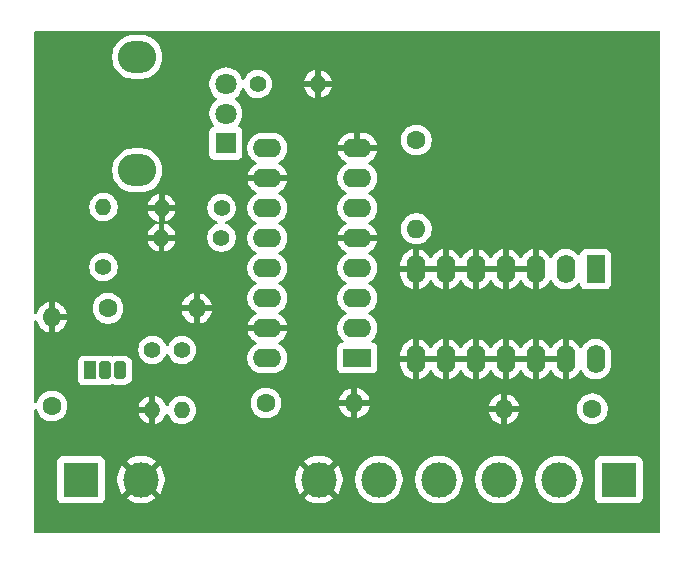
<source format=gbl>
%TF.GenerationSoftware,KiCad,Pcbnew,9.0.5-9.0.5~ubuntu25.04.1*%
%TF.CreationDate,2025-11-06T11:13:40-06:00*%
%TF.ProjectId,Signal_Board,5369676e-616c-45f4-926f-6172642e6b69,rev?*%
%TF.SameCoordinates,Original*%
%TF.FileFunction,Copper,L2,Bot*%
%TF.FilePolarity,Positive*%
%FSLAX46Y46*%
G04 Gerber Fmt 4.6, Leading zero omitted, Abs format (unit mm)*
G04 Created by KiCad (PCBNEW 9.0.5-9.0.5~ubuntu25.04.1) date 2025-11-06 11:13:40*
%MOMM*%
%LPD*%
G01*
G04 APERTURE LIST*
G04 Aperture macros list*
%AMRoundRect*
0 Rectangle with rounded corners*
0 $1 Rounding radius*
0 $2 $3 $4 $5 $6 $7 $8 $9 X,Y pos of 4 corners*
0 Add a 4 corners polygon primitive as box body*
4,1,4,$2,$3,$4,$5,$6,$7,$8,$9,$2,$3,0*
0 Add four circle primitives for the rounded corners*
1,1,$1+$1,$2,$3*
1,1,$1+$1,$4,$5*
1,1,$1+$1,$6,$7*
1,1,$1+$1,$8,$9*
0 Add four rect primitives between the rounded corners*
20,1,$1+$1,$2,$3,$4,$5,0*
20,1,$1+$1,$4,$5,$6,$7,0*
20,1,$1+$1,$6,$7,$8,$9,0*
20,1,$1+$1,$8,$9,$2,$3,0*%
G04 Aperture macros list end*
%TA.AperFunction,ComponentPad*%
%ADD10C,1.600000*%
%TD*%
%TA.AperFunction,ComponentPad*%
%ADD11O,1.600000X1.600000*%
%TD*%
%TA.AperFunction,ComponentPad*%
%ADD12R,1.600000X2.400000*%
%TD*%
%TA.AperFunction,ComponentPad*%
%ADD13O,1.600000X2.400000*%
%TD*%
%TA.AperFunction,ComponentPad*%
%ADD14R,3.000000X3.000000*%
%TD*%
%TA.AperFunction,ComponentPad*%
%ADD15C,3.000000*%
%TD*%
%TA.AperFunction,ComponentPad*%
%ADD16RoundRect,0.262500X-0.262500X-0.487500X0.262500X-0.487500X0.262500X0.487500X-0.262500X0.487500X0*%
%TD*%
%TA.AperFunction,ComponentPad*%
%ADD17R,1.050000X1.500000*%
%TD*%
%TA.AperFunction,ComponentPad*%
%ADD18C,1.400000*%
%TD*%
%TA.AperFunction,ComponentPad*%
%ADD19O,1.400000X1.400000*%
%TD*%
%TA.AperFunction,ComponentPad*%
%ADD20R,2.400000X1.600000*%
%TD*%
%TA.AperFunction,ComponentPad*%
%ADD21O,2.400000X1.600000*%
%TD*%
%TA.AperFunction,ComponentPad*%
%ADD22O,3.240000X2.720000*%
%TD*%
%TA.AperFunction,ComponentPad*%
%ADD23R,1.800000X1.800000*%
%TD*%
%TA.AperFunction,ComponentPad*%
%ADD24C,1.800000*%
%TD*%
G04 APERTURE END LIST*
D10*
%TO.P,C5,1*%
%TO.N,+6V*%
X156250000Y-74500000D03*
D11*
%TO.P,C5,2*%
%TO.N,GND*%
X148750000Y-74500000D03*
%TD*%
D12*
%TO.P,U1,1*%
%TO.N,OSC_Out*%
X156540000Y-62675000D03*
D13*
%TO.P,U1,2*%
%TO.N,/SIG_Out*%
X154000000Y-62675000D03*
%TO.P,U1,3*%
%TO.N,GND*%
X151460000Y-62675000D03*
%TO.P,U1,4*%
X148920000Y-62675000D03*
%TO.P,U1,5*%
X146380000Y-62675000D03*
%TO.P,U1,6*%
X143840000Y-62675000D03*
%TO.P,U1,7,GND*%
X141300000Y-62675000D03*
%TO.P,U1,8*%
X141300000Y-70295000D03*
%TO.P,U1,9*%
X143840000Y-70295000D03*
%TO.P,U1,10*%
X146380000Y-70295000D03*
%TO.P,U1,11*%
X148920000Y-70295000D03*
%TO.P,U1,12*%
X151460000Y-70295000D03*
%TO.P,U1,13*%
X154000000Y-70295000D03*
%TO.P,U1,14,VCC*%
%TO.N,+6V*%
X156540000Y-70295000D03*
%TD*%
D14*
%TO.P,J2,1,Pin_1*%
%TO.N,/SIG_Out*%
X158500000Y-80500000D03*
D15*
%TO.P,J2,2,Pin_2*%
X153420000Y-80500000D03*
%TO.P,J2,3,Pin_3*%
X148340000Y-80500000D03*
%TO.P,J2,4,Pin_4*%
X143260000Y-80500000D03*
%TO.P,J2,5,Pin_5*%
X138180000Y-80500000D03*
%TO.P,J2,6,Pin_6*%
%TO.N,GND*%
X133100000Y-80500000D03*
%TD*%
D16*
%TO.P,U2,1*%
%TO.N,/LDO_ADJ*%
X116290000Y-71250000D03*
D17*
%TO.P,U2,2,IN*%
%TO.N,+9V*%
X113750000Y-71250000D03*
D16*
%TO.P,U2,3,OUT*%
%TO.N,+6V*%
X115020000Y-71250000D03*
%TD*%
D10*
%TO.P,C3,1*%
%TO.N,+6V*%
X115250000Y-66000000D03*
D11*
%TO.P,C3,2*%
%TO.N,GND*%
X122750000Y-66000000D03*
%TD*%
D10*
%TO.P,C1,1*%
%TO.N,/CAP_FB*%
X141360000Y-51750000D03*
D11*
%TO.P,C1,2*%
%TO.N,Net-(U3-C1)*%
X141360000Y-59250000D03*
%TD*%
D18*
%TO.P,R6,1*%
%TO.N,/LDO_ADJ*%
X119000000Y-69510000D03*
D19*
%TO.P,R6,2*%
%TO.N,GND*%
X119000000Y-74590000D03*
%TD*%
D18*
%TO.P,R4,1*%
%TO.N,+6V*%
X114860000Y-62500000D03*
D19*
%TO.P,R4,2*%
%TO.N,Net-(R4-Pad2)*%
X114860000Y-57420000D03*
%TD*%
D18*
%TO.P,R2,1*%
%TO.N,/R2*%
X124850000Y-60000000D03*
D19*
%TO.P,R2,2*%
%TO.N,GND*%
X119770000Y-60000000D03*
%TD*%
D20*
%TO.P,U3,1,PCP*%
%TO.N,unconnected-(U3-PCP-Pad1)*%
X136360000Y-70200000D03*
D21*
%TO.P,U3,2,PC1*%
%TO.N,unconnected-(U3-PC1-Pad2)*%
X136360000Y-67660000D03*
%TO.P,U3,3,RefIn*%
%TO.N,unconnected-(U3-RefIn-Pad3)*%
X136360000Y-65120000D03*
%TO.P,U3,4,FOUT*%
%TO.N,OSC_Out*%
X136360000Y-62580000D03*
%TO.P,U3,5,Inh*%
%TO.N,GND*%
X136360000Y-60040000D03*
%TO.P,U3,6,C1*%
%TO.N,Net-(U3-C1)*%
X136360000Y-57500000D03*
%TO.P,U3,7,C2*%
%TO.N,/CAP_FB*%
X136360000Y-54960000D03*
%TO.P,U3,8,VSS*%
%TO.N,GND*%
X136360000Y-52420000D03*
%TO.P,U3,9,VCOin*%
%TO.N,/VCO_IN*%
X128740000Y-52420000D03*
%TO.P,U3,10,SFout*%
%TO.N,GND*%
X128740000Y-54960000D03*
%TO.P,U3,11,R1*%
%TO.N,/R1*%
X128740000Y-57500000D03*
%TO.P,U3,12,R2*%
%TO.N,/R2*%
X128740000Y-60040000D03*
%TO.P,U3,13,PC2*%
%TO.N,unconnected-(U3-PC2-Pad13)*%
X128740000Y-62580000D03*
%TO.P,U3,14,SigIn*%
%TO.N,unconnected-(U3-SigIn-Pad14)*%
X128740000Y-65120000D03*
%TO.P,U3,15,ZOUT*%
%TO.N,GND*%
X128740000Y-67660000D03*
%TO.P,U3,16,VDD*%
%TO.N,+6V*%
X128740000Y-70200000D03*
%TD*%
D18*
%TO.P,R1,1*%
%TO.N,/R1*%
X124860000Y-57500000D03*
D19*
%TO.P,R1,2*%
%TO.N,GND*%
X119780000Y-57500000D03*
%TD*%
D18*
%TO.P,R5,1*%
%TO.N,+6V*%
X121500000Y-69510000D03*
D19*
%TO.P,R5,2*%
%TO.N,/LDO_ADJ*%
X121500000Y-74590000D03*
%TD*%
D10*
%TO.P,C2,1*%
%TO.N,+9V*%
X110500000Y-74250000D03*
D11*
%TO.P,C2,2*%
%TO.N,GND*%
X110500000Y-66750000D03*
%TD*%
D10*
%TO.P,C4,1*%
%TO.N,+6V*%
X128610000Y-74000000D03*
D11*
%TO.P,C4,2*%
%TO.N,GND*%
X136110000Y-74000000D03*
%TD*%
D22*
%TO.P,RV1,*%
%TO.N,*%
X117725000Y-54300000D03*
X117725000Y-44700000D03*
D23*
%TO.P,RV1,1,1*%
%TO.N,Net-(R4-Pad2)*%
X125225000Y-52000000D03*
D24*
%TO.P,RV1,2,2*%
%TO.N,/VCO_IN*%
X125225000Y-49500000D03*
%TO.P,RV1,3,3*%
%TO.N,Net-(R3-Pad1)*%
X125225000Y-47000000D03*
%TD*%
D18*
%TO.P,R3,1*%
%TO.N,Net-(R3-Pad1)*%
X127920000Y-47000000D03*
D19*
%TO.P,R3,2*%
%TO.N,GND*%
X133000000Y-47000000D03*
%TD*%
D14*
%TO.P,J1,1,Pin_1*%
%TO.N,+9V*%
X112960000Y-80500000D03*
D15*
%TO.P,J1,2,Pin_2*%
%TO.N,GND*%
X118040000Y-80500000D03*
%TD*%
%TA.AperFunction,Conductor*%
%TO.N,GND*%
G36*
X143519920Y-70049394D02*
G01*
X143467259Y-70140606D01*
X143440000Y-70242339D01*
X143440000Y-70347661D01*
X143467259Y-70449394D01*
X143519920Y-70540606D01*
X143524314Y-70545000D01*
X141615686Y-70545000D01*
X141620080Y-70540606D01*
X141672741Y-70449394D01*
X141700000Y-70347661D01*
X141700000Y-70242339D01*
X141672741Y-70140606D01*
X141620080Y-70049394D01*
X141615686Y-70045000D01*
X143524314Y-70045000D01*
X143519920Y-70049394D01*
G37*
%TD.AperFunction*%
%TA.AperFunction,Conductor*%
G36*
X146059920Y-70049394D02*
G01*
X146007259Y-70140606D01*
X145980000Y-70242339D01*
X145980000Y-70347661D01*
X146007259Y-70449394D01*
X146059920Y-70540606D01*
X146064314Y-70545000D01*
X144155686Y-70545000D01*
X144160080Y-70540606D01*
X144212741Y-70449394D01*
X144240000Y-70347661D01*
X144240000Y-70242339D01*
X144212741Y-70140606D01*
X144160080Y-70049394D01*
X144155686Y-70045000D01*
X146064314Y-70045000D01*
X146059920Y-70049394D01*
G37*
%TD.AperFunction*%
%TA.AperFunction,Conductor*%
G36*
X148599920Y-70049394D02*
G01*
X148547259Y-70140606D01*
X148520000Y-70242339D01*
X148520000Y-70347661D01*
X148547259Y-70449394D01*
X148599920Y-70540606D01*
X148604314Y-70545000D01*
X146695686Y-70545000D01*
X146700080Y-70540606D01*
X146752741Y-70449394D01*
X146780000Y-70347661D01*
X146780000Y-70242339D01*
X146752741Y-70140606D01*
X146700080Y-70049394D01*
X146695686Y-70045000D01*
X148604314Y-70045000D01*
X148599920Y-70049394D01*
G37*
%TD.AperFunction*%
%TA.AperFunction,Conductor*%
G36*
X151139920Y-70049394D02*
G01*
X151087259Y-70140606D01*
X151060000Y-70242339D01*
X151060000Y-70347661D01*
X151087259Y-70449394D01*
X151139920Y-70540606D01*
X151144314Y-70545000D01*
X149235686Y-70545000D01*
X149240080Y-70540606D01*
X149292741Y-70449394D01*
X149320000Y-70347661D01*
X149320000Y-70242339D01*
X149292741Y-70140606D01*
X149240080Y-70049394D01*
X149235686Y-70045000D01*
X151144314Y-70045000D01*
X151139920Y-70049394D01*
G37*
%TD.AperFunction*%
%TA.AperFunction,Conductor*%
G36*
X153679920Y-70049394D02*
G01*
X153627259Y-70140606D01*
X153600000Y-70242339D01*
X153600000Y-70347661D01*
X153627259Y-70449394D01*
X153679920Y-70540606D01*
X153684314Y-70545000D01*
X151775686Y-70545000D01*
X151780080Y-70540606D01*
X151832741Y-70449394D01*
X151860000Y-70347661D01*
X151860000Y-70242339D01*
X151832741Y-70140606D01*
X151780080Y-70049394D01*
X151775686Y-70045000D01*
X153684314Y-70045000D01*
X153679920Y-70049394D01*
G37*
%TD.AperFunction*%
%TA.AperFunction,Conductor*%
G36*
X143519920Y-62429394D02*
G01*
X143467259Y-62520606D01*
X143440000Y-62622339D01*
X143440000Y-62727661D01*
X143467259Y-62829394D01*
X143519920Y-62920606D01*
X143524314Y-62925000D01*
X141615686Y-62925000D01*
X141620080Y-62920606D01*
X141672741Y-62829394D01*
X141700000Y-62727661D01*
X141700000Y-62622339D01*
X141672741Y-62520606D01*
X141620080Y-62429394D01*
X141615686Y-62425000D01*
X143524314Y-62425000D01*
X143519920Y-62429394D01*
G37*
%TD.AperFunction*%
%TA.AperFunction,Conductor*%
G36*
X146059920Y-62429394D02*
G01*
X146007259Y-62520606D01*
X145980000Y-62622339D01*
X145980000Y-62727661D01*
X146007259Y-62829394D01*
X146059920Y-62920606D01*
X146064314Y-62925000D01*
X144155686Y-62925000D01*
X144160080Y-62920606D01*
X144212741Y-62829394D01*
X144240000Y-62727661D01*
X144240000Y-62622339D01*
X144212741Y-62520606D01*
X144160080Y-62429394D01*
X144155686Y-62425000D01*
X146064314Y-62425000D01*
X146059920Y-62429394D01*
G37*
%TD.AperFunction*%
%TA.AperFunction,Conductor*%
G36*
X148599920Y-62429394D02*
G01*
X148547259Y-62520606D01*
X148520000Y-62622339D01*
X148520000Y-62727661D01*
X148547259Y-62829394D01*
X148599920Y-62920606D01*
X148604314Y-62925000D01*
X146695686Y-62925000D01*
X146700080Y-62920606D01*
X146752741Y-62829394D01*
X146780000Y-62727661D01*
X146780000Y-62622339D01*
X146752741Y-62520606D01*
X146700080Y-62429394D01*
X146695686Y-62425000D01*
X148604314Y-62425000D01*
X148599920Y-62429394D01*
G37*
%TD.AperFunction*%
%TA.AperFunction,Conductor*%
G36*
X151139920Y-62429394D02*
G01*
X151087259Y-62520606D01*
X151060000Y-62622339D01*
X151060000Y-62727661D01*
X151087259Y-62829394D01*
X151139920Y-62920606D01*
X151144314Y-62925000D01*
X149235686Y-62925000D01*
X149240080Y-62920606D01*
X149292741Y-62829394D01*
X149320000Y-62727661D01*
X149320000Y-62622339D01*
X149292741Y-62520606D01*
X149240080Y-62429394D01*
X149235686Y-62425000D01*
X151144314Y-62425000D01*
X151139920Y-62429394D01*
G37*
%TD.AperFunction*%
%TA.AperFunction,Conductor*%
G36*
X161942539Y-42520185D02*
G01*
X161988294Y-42572989D01*
X161999500Y-42624500D01*
X161999500Y-84875500D01*
X161979815Y-84942539D01*
X161927011Y-84988294D01*
X161875500Y-84999500D01*
X109124500Y-84999500D01*
X109057461Y-84979815D01*
X109011706Y-84927011D01*
X109000500Y-84875500D01*
X109000500Y-78952135D01*
X110959500Y-78952135D01*
X110959500Y-82047870D01*
X110959501Y-82047876D01*
X110965908Y-82107483D01*
X111016202Y-82242328D01*
X111016206Y-82242335D01*
X111102452Y-82357544D01*
X111102455Y-82357547D01*
X111217664Y-82443793D01*
X111217671Y-82443797D01*
X111352517Y-82494091D01*
X111352516Y-82494091D01*
X111359444Y-82494835D01*
X111412127Y-82500500D01*
X114507872Y-82500499D01*
X114567483Y-82494091D01*
X114702331Y-82443796D01*
X114817546Y-82357546D01*
X114903796Y-82242331D01*
X114954091Y-82107483D01*
X114960500Y-82047873D01*
X114960499Y-80368905D01*
X116040000Y-80368905D01*
X116040000Y-80631094D01*
X116074220Y-80891009D01*
X116074222Y-80891020D01*
X116142075Y-81144255D01*
X116242404Y-81386471D01*
X116242409Y-81386482D01*
X116373488Y-81613516D01*
X116373494Y-81613524D01*
X116460080Y-81726365D01*
X117354767Y-80831677D01*
X117366497Y-80859995D01*
X117449670Y-80984472D01*
X117555528Y-81090330D01*
X117680005Y-81173503D01*
X117708320Y-81185231D01*
X116813633Y-82079917D01*
X116813633Y-82079918D01*
X116926475Y-82166505D01*
X116926483Y-82166511D01*
X117153517Y-82297590D01*
X117153528Y-82297595D01*
X117395744Y-82397924D01*
X117648979Y-82465777D01*
X117648990Y-82465779D01*
X117908905Y-82499999D01*
X117908920Y-82500000D01*
X118171080Y-82500000D01*
X118171094Y-82499999D01*
X118431009Y-82465779D01*
X118431020Y-82465777D01*
X118684255Y-82397924D01*
X118926471Y-82297595D01*
X118926482Y-82297590D01*
X119153516Y-82166511D01*
X119153534Y-82166499D01*
X119266365Y-82079919D01*
X119266365Y-82079917D01*
X118371679Y-81185231D01*
X118399995Y-81173503D01*
X118524472Y-81090330D01*
X118630330Y-80984472D01*
X118713503Y-80859995D01*
X118725231Y-80831679D01*
X119619917Y-81726365D01*
X119619919Y-81726365D01*
X119706499Y-81613534D01*
X119706511Y-81613516D01*
X119837590Y-81386482D01*
X119837595Y-81386471D01*
X119937924Y-81144255D01*
X120005777Y-80891020D01*
X120005779Y-80891009D01*
X120039999Y-80631094D01*
X120040000Y-80631080D01*
X120040000Y-80368919D01*
X120039999Y-80368905D01*
X131100000Y-80368905D01*
X131100000Y-80631094D01*
X131134220Y-80891009D01*
X131134222Y-80891020D01*
X131202075Y-81144255D01*
X131302404Y-81386471D01*
X131302409Y-81386482D01*
X131433488Y-81613516D01*
X131433494Y-81613524D01*
X131520080Y-81726365D01*
X132414767Y-80831677D01*
X132426497Y-80859995D01*
X132509670Y-80984472D01*
X132615528Y-81090330D01*
X132740005Y-81173503D01*
X132768320Y-81185231D01*
X131873633Y-82079917D01*
X131873633Y-82079918D01*
X131986475Y-82166505D01*
X131986483Y-82166511D01*
X132213517Y-82297590D01*
X132213528Y-82297595D01*
X132455744Y-82397924D01*
X132708979Y-82465777D01*
X132708990Y-82465779D01*
X132968905Y-82499999D01*
X132968920Y-82500000D01*
X133231080Y-82500000D01*
X133231094Y-82499999D01*
X133491009Y-82465779D01*
X133491020Y-82465777D01*
X133744255Y-82397924D01*
X133986471Y-82297595D01*
X133986482Y-82297590D01*
X134213516Y-82166511D01*
X134213534Y-82166499D01*
X134326365Y-82079919D01*
X134326365Y-82079917D01*
X133431679Y-81185231D01*
X133459995Y-81173503D01*
X133584472Y-81090330D01*
X133690330Y-80984472D01*
X133773503Y-80859995D01*
X133785231Y-80831679D01*
X134679917Y-81726365D01*
X134679919Y-81726365D01*
X134766499Y-81613534D01*
X134766511Y-81613516D01*
X134897590Y-81386482D01*
X134897595Y-81386471D01*
X134997924Y-81144255D01*
X135065777Y-80891020D01*
X135065779Y-80891009D01*
X135099999Y-80631094D01*
X135100000Y-80631080D01*
X135100000Y-80368912D01*
X135099995Y-80368872D01*
X136179500Y-80368872D01*
X136179500Y-80631127D01*
X136191423Y-80721684D01*
X136213730Y-80891116D01*
X136238745Y-80984472D01*
X136281602Y-81144418D01*
X136281605Y-81144428D01*
X136381953Y-81386690D01*
X136381958Y-81386700D01*
X136513075Y-81613803D01*
X136672718Y-81821851D01*
X136672726Y-81821860D01*
X136858140Y-82007274D01*
X136858148Y-82007281D01*
X137066196Y-82166924D01*
X137293299Y-82298041D01*
X137293309Y-82298046D01*
X137535571Y-82398394D01*
X137535581Y-82398398D01*
X137788884Y-82466270D01*
X138037188Y-82498960D01*
X138048864Y-82500498D01*
X138048880Y-82500500D01*
X138048887Y-82500500D01*
X138311113Y-82500500D01*
X138311120Y-82500500D01*
X138571116Y-82466270D01*
X138824419Y-82398398D01*
X139066697Y-82298043D01*
X139293803Y-82166924D01*
X139501851Y-82007282D01*
X139501855Y-82007277D01*
X139501860Y-82007274D01*
X139687274Y-81821860D01*
X139687277Y-81821855D01*
X139687282Y-81821851D01*
X139846924Y-81613803D01*
X139978043Y-81386697D01*
X140078398Y-81144419D01*
X140146270Y-80891116D01*
X140180500Y-80631120D01*
X140180500Y-80368880D01*
X140180499Y-80368872D01*
X141259500Y-80368872D01*
X141259500Y-80631127D01*
X141271423Y-80721684D01*
X141293730Y-80891116D01*
X141318745Y-80984472D01*
X141361602Y-81144418D01*
X141361605Y-81144428D01*
X141461953Y-81386690D01*
X141461958Y-81386700D01*
X141593075Y-81613803D01*
X141752718Y-81821851D01*
X141752726Y-81821860D01*
X141938140Y-82007274D01*
X141938148Y-82007281D01*
X142146196Y-82166924D01*
X142373299Y-82298041D01*
X142373309Y-82298046D01*
X142615571Y-82398394D01*
X142615581Y-82398398D01*
X142868884Y-82466270D01*
X143117188Y-82498960D01*
X143128864Y-82500498D01*
X143128880Y-82500500D01*
X143128887Y-82500500D01*
X143391113Y-82500500D01*
X143391120Y-82500500D01*
X143651116Y-82466270D01*
X143904419Y-82398398D01*
X144146697Y-82298043D01*
X144373803Y-82166924D01*
X144581851Y-82007282D01*
X144581855Y-82007277D01*
X144581860Y-82007274D01*
X144767274Y-81821860D01*
X144767277Y-81821855D01*
X144767282Y-81821851D01*
X144926924Y-81613803D01*
X145058043Y-81386697D01*
X145158398Y-81144419D01*
X145226270Y-80891116D01*
X145260500Y-80631120D01*
X145260500Y-80368880D01*
X145260499Y-80368872D01*
X146339500Y-80368872D01*
X146339500Y-80631127D01*
X146351423Y-80721684D01*
X146373730Y-80891116D01*
X146398745Y-80984472D01*
X146441602Y-81144418D01*
X146441605Y-81144428D01*
X146541953Y-81386690D01*
X146541958Y-81386700D01*
X146673075Y-81613803D01*
X146832718Y-81821851D01*
X146832726Y-81821860D01*
X147018140Y-82007274D01*
X147018148Y-82007281D01*
X147226196Y-82166924D01*
X147453299Y-82298041D01*
X147453309Y-82298046D01*
X147695571Y-82398394D01*
X147695581Y-82398398D01*
X147948884Y-82466270D01*
X148197188Y-82498960D01*
X148208864Y-82500498D01*
X148208880Y-82500500D01*
X148208887Y-82500500D01*
X148471113Y-82500500D01*
X148471120Y-82500500D01*
X148731116Y-82466270D01*
X148984419Y-82398398D01*
X149226697Y-82298043D01*
X149453803Y-82166924D01*
X149661851Y-82007282D01*
X149661855Y-82007277D01*
X149661860Y-82007274D01*
X149847274Y-81821860D01*
X149847277Y-81821855D01*
X149847282Y-81821851D01*
X150006924Y-81613803D01*
X150138043Y-81386697D01*
X150238398Y-81144419D01*
X150306270Y-80891116D01*
X150340500Y-80631120D01*
X150340500Y-80368880D01*
X150340499Y-80368872D01*
X151419500Y-80368872D01*
X151419500Y-80631127D01*
X151431423Y-80721684D01*
X151453730Y-80891116D01*
X151478745Y-80984472D01*
X151521602Y-81144418D01*
X151521605Y-81144428D01*
X151621953Y-81386690D01*
X151621958Y-81386700D01*
X151753075Y-81613803D01*
X151912718Y-81821851D01*
X151912726Y-81821860D01*
X152098140Y-82007274D01*
X152098148Y-82007281D01*
X152306196Y-82166924D01*
X152533299Y-82298041D01*
X152533309Y-82298046D01*
X152775571Y-82398394D01*
X152775581Y-82398398D01*
X153028884Y-82466270D01*
X153277188Y-82498960D01*
X153288864Y-82500498D01*
X153288880Y-82500500D01*
X153288887Y-82500500D01*
X153551113Y-82500500D01*
X153551120Y-82500500D01*
X153811116Y-82466270D01*
X154064419Y-82398398D01*
X154306697Y-82298043D01*
X154533803Y-82166924D01*
X154741851Y-82007282D01*
X154741855Y-82007277D01*
X154741860Y-82007274D01*
X154927274Y-81821860D01*
X154927277Y-81821855D01*
X154927282Y-81821851D01*
X155086924Y-81613803D01*
X155218043Y-81386697D01*
X155318398Y-81144419D01*
X155386270Y-80891116D01*
X155420500Y-80631120D01*
X155420500Y-80368880D01*
X155386270Y-80108884D01*
X155318398Y-79855581D01*
X155270523Y-79740000D01*
X155218046Y-79613309D01*
X155218041Y-79613299D01*
X155086924Y-79386196D01*
X154927281Y-79178148D01*
X154927274Y-79178140D01*
X154741860Y-78992726D01*
X154741851Y-78992718D01*
X154688963Y-78952135D01*
X156499500Y-78952135D01*
X156499500Y-82047870D01*
X156499501Y-82047876D01*
X156505908Y-82107483D01*
X156556202Y-82242328D01*
X156556206Y-82242335D01*
X156642452Y-82357544D01*
X156642455Y-82357547D01*
X156757664Y-82443793D01*
X156757671Y-82443797D01*
X156892517Y-82494091D01*
X156892516Y-82494091D01*
X156899444Y-82494835D01*
X156952127Y-82500500D01*
X160047872Y-82500499D01*
X160107483Y-82494091D01*
X160242331Y-82443796D01*
X160357546Y-82357546D01*
X160443796Y-82242331D01*
X160494091Y-82107483D01*
X160500500Y-82047873D01*
X160500499Y-78952128D01*
X160494091Y-78892517D01*
X160443796Y-78757669D01*
X160443795Y-78757668D01*
X160443793Y-78757664D01*
X160357547Y-78642455D01*
X160357544Y-78642452D01*
X160242335Y-78556206D01*
X160242328Y-78556202D01*
X160107482Y-78505908D01*
X160107483Y-78505908D01*
X160047883Y-78499501D01*
X160047881Y-78499500D01*
X160047873Y-78499500D01*
X160047864Y-78499500D01*
X156952129Y-78499500D01*
X156952123Y-78499501D01*
X156892516Y-78505908D01*
X156757671Y-78556202D01*
X156757664Y-78556206D01*
X156642455Y-78642452D01*
X156642452Y-78642455D01*
X156556206Y-78757664D01*
X156556202Y-78757671D01*
X156505908Y-78892517D01*
X156499501Y-78952116D01*
X156499501Y-78952123D01*
X156499500Y-78952135D01*
X154688963Y-78952135D01*
X154533803Y-78833075D01*
X154306700Y-78701958D01*
X154306690Y-78701953D01*
X154064428Y-78601605D01*
X154064421Y-78601603D01*
X154064419Y-78601602D01*
X153811116Y-78533730D01*
X153753339Y-78526123D01*
X153551127Y-78499500D01*
X153551120Y-78499500D01*
X153288880Y-78499500D01*
X153288872Y-78499500D01*
X153057772Y-78529926D01*
X153028884Y-78533730D01*
X152775581Y-78601602D01*
X152775571Y-78601605D01*
X152533309Y-78701953D01*
X152533299Y-78701958D01*
X152306196Y-78833075D01*
X152098148Y-78992718D01*
X151912718Y-79178148D01*
X151753075Y-79386196D01*
X151621958Y-79613299D01*
X151621953Y-79613309D01*
X151521605Y-79855571D01*
X151521602Y-79855581D01*
X151453730Y-80108884D01*
X151453716Y-80108990D01*
X151419500Y-80368872D01*
X150340499Y-80368872D01*
X150306270Y-80108884D01*
X150238398Y-79855581D01*
X150190523Y-79740000D01*
X150138046Y-79613309D01*
X150138041Y-79613299D01*
X150006924Y-79386196D01*
X149847281Y-79178148D01*
X149847274Y-79178140D01*
X149661860Y-78992726D01*
X149661851Y-78992718D01*
X149453803Y-78833075D01*
X149226700Y-78701958D01*
X149226690Y-78701953D01*
X148984428Y-78601605D01*
X148984421Y-78601603D01*
X148984419Y-78601602D01*
X148731116Y-78533730D01*
X148673339Y-78526123D01*
X148471127Y-78499500D01*
X148471120Y-78499500D01*
X148208880Y-78499500D01*
X148208872Y-78499500D01*
X147977772Y-78529926D01*
X147948884Y-78533730D01*
X147695581Y-78601602D01*
X147695571Y-78601605D01*
X147453309Y-78701953D01*
X147453299Y-78701958D01*
X147226196Y-78833075D01*
X147018148Y-78992718D01*
X146832718Y-79178148D01*
X146673075Y-79386196D01*
X146541958Y-79613299D01*
X146541953Y-79613309D01*
X146441605Y-79855571D01*
X146441602Y-79855581D01*
X146373730Y-80108884D01*
X146373716Y-80108990D01*
X146339500Y-80368872D01*
X145260499Y-80368872D01*
X145226270Y-80108884D01*
X145158398Y-79855581D01*
X145110523Y-79740000D01*
X145058046Y-79613309D01*
X145058041Y-79613299D01*
X144926924Y-79386196D01*
X144767281Y-79178148D01*
X144767274Y-79178140D01*
X144581860Y-78992726D01*
X144581851Y-78992718D01*
X144373803Y-78833075D01*
X144146700Y-78701958D01*
X144146690Y-78701953D01*
X143904428Y-78601605D01*
X143904421Y-78601603D01*
X143904419Y-78601602D01*
X143651116Y-78533730D01*
X143593339Y-78526123D01*
X143391127Y-78499500D01*
X143391120Y-78499500D01*
X143128880Y-78499500D01*
X143128872Y-78499500D01*
X142897772Y-78529926D01*
X142868884Y-78533730D01*
X142615581Y-78601602D01*
X142615571Y-78601605D01*
X142373309Y-78701953D01*
X142373299Y-78701958D01*
X142146196Y-78833075D01*
X141938148Y-78992718D01*
X141752718Y-79178148D01*
X141593075Y-79386196D01*
X141461958Y-79613299D01*
X141461953Y-79613309D01*
X141361605Y-79855571D01*
X141361602Y-79855581D01*
X141293730Y-80108884D01*
X141293716Y-80108990D01*
X141259500Y-80368872D01*
X140180499Y-80368872D01*
X140146270Y-80108884D01*
X140078398Y-79855581D01*
X140030523Y-79740000D01*
X139978046Y-79613309D01*
X139978041Y-79613299D01*
X139846924Y-79386196D01*
X139687281Y-79178148D01*
X139687274Y-79178140D01*
X139501860Y-78992726D01*
X139501851Y-78992718D01*
X139293803Y-78833075D01*
X139066700Y-78701958D01*
X139066690Y-78701953D01*
X138824428Y-78601605D01*
X138824421Y-78601603D01*
X138824419Y-78601602D01*
X138571116Y-78533730D01*
X138513339Y-78526123D01*
X138311127Y-78499500D01*
X138311120Y-78499500D01*
X138048880Y-78499500D01*
X138048872Y-78499500D01*
X137817772Y-78529926D01*
X137788884Y-78533730D01*
X137535581Y-78601602D01*
X137535571Y-78601605D01*
X137293309Y-78701953D01*
X137293299Y-78701958D01*
X137066196Y-78833075D01*
X136858148Y-78992718D01*
X136672718Y-79178148D01*
X136513075Y-79386196D01*
X136381958Y-79613299D01*
X136381953Y-79613309D01*
X136281605Y-79855571D01*
X136281602Y-79855581D01*
X136213730Y-80108884D01*
X136213716Y-80108990D01*
X136179500Y-80368872D01*
X135099995Y-80368872D01*
X135065779Y-80108990D01*
X135065777Y-80108979D01*
X134997924Y-79855744D01*
X134897595Y-79613528D01*
X134897590Y-79613517D01*
X134766511Y-79386483D01*
X134766505Y-79386475D01*
X134679918Y-79273633D01*
X134679917Y-79273633D01*
X133785231Y-80168320D01*
X133773503Y-80140005D01*
X133690330Y-80015528D01*
X133584472Y-79909670D01*
X133459995Y-79826497D01*
X133431677Y-79814767D01*
X134326365Y-78920080D01*
X134213524Y-78833494D01*
X134213516Y-78833488D01*
X133986482Y-78702409D01*
X133986471Y-78702404D01*
X133744255Y-78602075D01*
X133491020Y-78534222D01*
X133491009Y-78534220D01*
X133231094Y-78500000D01*
X132968905Y-78500000D01*
X132708990Y-78534220D01*
X132708979Y-78534222D01*
X132455744Y-78602075D01*
X132213528Y-78702404D01*
X132213517Y-78702409D01*
X131986471Y-78833496D01*
X131873633Y-78920079D01*
X131873633Y-78920080D01*
X132768321Y-79814768D01*
X132740005Y-79826497D01*
X132615528Y-79909670D01*
X132509670Y-80015528D01*
X132426497Y-80140005D01*
X132414768Y-80168321D01*
X131520080Y-79273633D01*
X131520079Y-79273633D01*
X131433496Y-79386471D01*
X131302409Y-79613517D01*
X131302404Y-79613528D01*
X131202075Y-79855744D01*
X131134222Y-80108979D01*
X131134220Y-80108990D01*
X131100000Y-80368905D01*
X120039999Y-80368905D01*
X120005779Y-80108990D01*
X120005777Y-80108979D01*
X119937924Y-79855744D01*
X119837595Y-79613528D01*
X119837590Y-79613517D01*
X119706511Y-79386483D01*
X119706505Y-79386475D01*
X119619918Y-79273633D01*
X119619917Y-79273633D01*
X118725231Y-80168320D01*
X118713503Y-80140005D01*
X118630330Y-80015528D01*
X118524472Y-79909670D01*
X118399995Y-79826497D01*
X118371677Y-79814767D01*
X119266365Y-78920080D01*
X119153524Y-78833494D01*
X119153516Y-78833488D01*
X118926482Y-78702409D01*
X118926471Y-78702404D01*
X118684255Y-78602075D01*
X118431020Y-78534222D01*
X118431009Y-78534220D01*
X118171094Y-78500000D01*
X117908905Y-78500000D01*
X117648990Y-78534220D01*
X117648979Y-78534222D01*
X117395744Y-78602075D01*
X117153528Y-78702404D01*
X117153517Y-78702409D01*
X116926471Y-78833496D01*
X116813633Y-78920079D01*
X116813633Y-78920080D01*
X117708321Y-79814768D01*
X117680005Y-79826497D01*
X117555528Y-79909670D01*
X117449670Y-80015528D01*
X117366497Y-80140005D01*
X117354768Y-80168321D01*
X116460080Y-79273633D01*
X116460079Y-79273633D01*
X116373496Y-79386471D01*
X116242409Y-79613517D01*
X116242404Y-79613528D01*
X116142075Y-79855744D01*
X116074222Y-80108979D01*
X116074220Y-80108990D01*
X116040000Y-80368905D01*
X114960499Y-80368905D01*
X114960499Y-78952128D01*
X114954091Y-78892517D01*
X114903796Y-78757669D01*
X114903795Y-78757668D01*
X114903793Y-78757664D01*
X114817547Y-78642455D01*
X114817544Y-78642452D01*
X114702335Y-78556206D01*
X114702328Y-78556202D01*
X114567482Y-78505908D01*
X114567483Y-78505908D01*
X114507883Y-78499501D01*
X114507881Y-78499500D01*
X114507873Y-78499500D01*
X114507864Y-78499500D01*
X111412129Y-78499500D01*
X111412123Y-78499501D01*
X111352516Y-78505908D01*
X111217671Y-78556202D01*
X111217664Y-78556206D01*
X111102455Y-78642452D01*
X111102452Y-78642455D01*
X111016206Y-78757664D01*
X111016202Y-78757671D01*
X110965908Y-78892517D01*
X110959501Y-78952116D01*
X110959501Y-78952123D01*
X110959500Y-78952135D01*
X109000500Y-78952135D01*
X109000500Y-74626424D01*
X109020185Y-74559385D01*
X109072989Y-74513630D01*
X109142147Y-74503686D01*
X109205703Y-74532711D01*
X109242431Y-74588106D01*
X109294780Y-74749219D01*
X109380259Y-74916981D01*
X109387715Y-74931613D01*
X109508028Y-75097213D01*
X109652786Y-75241971D01*
X109807749Y-75354556D01*
X109818390Y-75362287D01*
X109934607Y-75421503D01*
X110000776Y-75455218D01*
X110000778Y-75455218D01*
X110000781Y-75455220D01*
X110105137Y-75489127D01*
X110195465Y-75518477D01*
X110296557Y-75534488D01*
X110397648Y-75550500D01*
X110397649Y-75550500D01*
X110602351Y-75550500D01*
X110602352Y-75550500D01*
X110804534Y-75518477D01*
X110999219Y-75455220D01*
X111181610Y-75362287D01*
X111274590Y-75294732D01*
X111347213Y-75241971D01*
X111347215Y-75241968D01*
X111347219Y-75241966D01*
X111491966Y-75097219D01*
X111491968Y-75097215D01*
X111491971Y-75097213D01*
X111612284Y-74931614D01*
X111612285Y-74931613D01*
X111612287Y-74931610D01*
X111658965Y-74840000D01*
X117824638Y-74840000D01*
X117829548Y-74871002D01*
X117887914Y-75050637D01*
X117973670Y-75218940D01*
X118084685Y-75371741D01*
X118084689Y-75371746D01*
X118218253Y-75505310D01*
X118218258Y-75505314D01*
X118371059Y-75616329D01*
X118539362Y-75702085D01*
X118718997Y-75760451D01*
X118750000Y-75765362D01*
X118750000Y-74840000D01*
X117824638Y-74840000D01*
X111658965Y-74840000D01*
X111705220Y-74749219D01*
X111768477Y-74554534D01*
X111770158Y-74543922D01*
X118650000Y-74543922D01*
X118650000Y-74636078D01*
X118673852Y-74725095D01*
X118719930Y-74804905D01*
X118785095Y-74870070D01*
X118864905Y-74916148D01*
X118953922Y-74940000D01*
X119046078Y-74940000D01*
X119135095Y-74916148D01*
X119214905Y-74870070D01*
X119250000Y-74834975D01*
X119250000Y-75765361D01*
X119281002Y-75760451D01*
X119460637Y-75702085D01*
X119628940Y-75616329D01*
X119781741Y-75505314D01*
X119781746Y-75505310D01*
X119915310Y-75371746D01*
X119915314Y-75371741D01*
X120026329Y-75218940D01*
X120112083Y-75050641D01*
X120131805Y-74989942D01*
X120171242Y-74932267D01*
X120235600Y-74905067D01*
X120304447Y-74916981D01*
X120355923Y-74964224D01*
X120367667Y-74989938D01*
X120368326Y-74991966D01*
X120387454Y-75050836D01*
X120454089Y-75181613D01*
X120473240Y-75219199D01*
X120584310Y-75372073D01*
X120717927Y-75505690D01*
X120870801Y-75616760D01*
X120950347Y-75657290D01*
X121039163Y-75702545D01*
X121039165Y-75702545D01*
X121039168Y-75702547D01*
X121135497Y-75733846D01*
X121218881Y-75760940D01*
X121405514Y-75790500D01*
X121405519Y-75790500D01*
X121594486Y-75790500D01*
X121781118Y-75760940D01*
X121782623Y-75760451D01*
X121960832Y-75702547D01*
X122129199Y-75616760D01*
X122282073Y-75505690D01*
X122415690Y-75372073D01*
X122526760Y-75219199D01*
X122612547Y-75050832D01*
X122670940Y-74871118D01*
X122674726Y-74847213D01*
X122700500Y-74684486D01*
X122700500Y-74495513D01*
X122670940Y-74308881D01*
X122643846Y-74225497D01*
X122612547Y-74129168D01*
X122612545Y-74129165D01*
X122612545Y-74129163D01*
X122547128Y-74000776D01*
X122526760Y-73960801D01*
X122480876Y-73897648D01*
X127309500Y-73897648D01*
X127309500Y-74102351D01*
X127341522Y-74304534D01*
X127404781Y-74499223D01*
X127427557Y-74543922D01*
X127497578Y-74681346D01*
X127497715Y-74681613D01*
X127618028Y-74847213D01*
X127762786Y-74991971D01*
X127917749Y-75104556D01*
X127928390Y-75112287D01*
X128044607Y-75171503D01*
X128110776Y-75205218D01*
X128110778Y-75205218D01*
X128110781Y-75205220D01*
X128215137Y-75239127D01*
X128305465Y-75268477D01*
X128406557Y-75284488D01*
X128507648Y-75300500D01*
X128507649Y-75300500D01*
X128712351Y-75300500D01*
X128712352Y-75300500D01*
X128914534Y-75268477D01*
X129109219Y-75205220D01*
X129291610Y-75112287D01*
X129447231Y-74999223D01*
X129457213Y-74991971D01*
X129457215Y-74991968D01*
X129457219Y-74991966D01*
X129601966Y-74847219D01*
X129601968Y-74847215D01*
X129601971Y-74847213D01*
X129673165Y-74749221D01*
X129722287Y-74681610D01*
X129815220Y-74499219D01*
X129878477Y-74304534D01*
X129910500Y-74102352D01*
X129910500Y-73897648D01*
X129887114Y-73750000D01*
X134833391Y-73750000D01*
X135794314Y-73750000D01*
X135789920Y-73754394D01*
X135737259Y-73845606D01*
X135710000Y-73947339D01*
X135710000Y-74052661D01*
X135737259Y-74154394D01*
X135789920Y-74245606D01*
X135794314Y-74250000D01*
X134833391Y-74250000D01*
X134842009Y-74304413D01*
X134905244Y-74499029D01*
X134998140Y-74681349D01*
X135118417Y-74846894D01*
X135118417Y-74846895D01*
X135263104Y-74991582D01*
X135428650Y-75111859D01*
X135610968Y-75204754D01*
X135805578Y-75267988D01*
X135860000Y-75276607D01*
X135860000Y-74315686D01*
X135864394Y-74320080D01*
X135955606Y-74372741D01*
X136057339Y-74400000D01*
X136162661Y-74400000D01*
X136264394Y-74372741D01*
X136355606Y-74320080D01*
X136360000Y-74315686D01*
X136360000Y-75276606D01*
X136414421Y-75267988D01*
X136609031Y-75204754D01*
X136791349Y-75111859D01*
X136956894Y-74991582D01*
X136956895Y-74991582D01*
X137101582Y-74846895D01*
X137101582Y-74846894D01*
X137221861Y-74681346D01*
X137234450Y-74656641D01*
X137234450Y-74656640D01*
X137314754Y-74499032D01*
X137360438Y-74358432D01*
X137384680Y-74262173D01*
X137386609Y-74250000D01*
X147473391Y-74250000D01*
X148434314Y-74250000D01*
X148429920Y-74254394D01*
X148377259Y-74345606D01*
X148350000Y-74447339D01*
X148350000Y-74552661D01*
X148377259Y-74654394D01*
X148429920Y-74745606D01*
X148434314Y-74750000D01*
X147473391Y-74750000D01*
X147482009Y-74804413D01*
X147545244Y-74999029D01*
X147638140Y-75181349D01*
X147758417Y-75346894D01*
X147758417Y-75346895D01*
X147903104Y-75491582D01*
X148068650Y-75611859D01*
X148250968Y-75704754D01*
X148445578Y-75767988D01*
X148500000Y-75776607D01*
X148500000Y-74815686D01*
X148504394Y-74820080D01*
X148595606Y-74872741D01*
X148697339Y-74900000D01*
X148802661Y-74900000D01*
X148904394Y-74872741D01*
X148995606Y-74820080D01*
X149000000Y-74815686D01*
X149000000Y-75776606D01*
X149054421Y-75767988D01*
X149249031Y-75704754D01*
X149431349Y-75611859D01*
X149596894Y-75491582D01*
X149596895Y-75491582D01*
X149741582Y-75346895D01*
X149741582Y-75346894D01*
X149861859Y-75181349D01*
X149954755Y-74999029D01*
X150017990Y-74804413D01*
X150026609Y-74750000D01*
X149065686Y-74750000D01*
X149070080Y-74745606D01*
X149122741Y-74654394D01*
X149150000Y-74552661D01*
X149150000Y-74447339D01*
X149136685Y-74397648D01*
X154949500Y-74397648D01*
X154949500Y-74602351D01*
X154981522Y-74804534D01*
X155044781Y-74999223D01*
X155137715Y-75181613D01*
X155258028Y-75347213D01*
X155402786Y-75491971D01*
X155557749Y-75604556D01*
X155568390Y-75612287D01*
X155684607Y-75671503D01*
X155750776Y-75705218D01*
X155750778Y-75705218D01*
X155750781Y-75705220D01*
X155855137Y-75739127D01*
X155945465Y-75768477D01*
X156046557Y-75784488D01*
X156147648Y-75800500D01*
X156147649Y-75800500D01*
X156352351Y-75800500D01*
X156352352Y-75800500D01*
X156554534Y-75768477D01*
X156749219Y-75705220D01*
X156931610Y-75612287D01*
X157024590Y-75544732D01*
X157097213Y-75491971D01*
X157097215Y-75491968D01*
X157097219Y-75491966D01*
X157241966Y-75347219D01*
X157241968Y-75347215D01*
X157241971Y-75347213D01*
X157299530Y-75267988D01*
X157362287Y-75181610D01*
X157455220Y-74999219D01*
X157518477Y-74804534D01*
X157550500Y-74602352D01*
X157550500Y-74397648D01*
X157536441Y-74308882D01*
X157518477Y-74195465D01*
X157455218Y-74000776D01*
X157409930Y-73911894D01*
X157362287Y-73818390D01*
X157313163Y-73750776D01*
X157241971Y-73652786D01*
X157097213Y-73508028D01*
X156931613Y-73387715D01*
X156931612Y-73387714D01*
X156931610Y-73387713D01*
X156874653Y-73358691D01*
X156749223Y-73294781D01*
X156554534Y-73231522D01*
X156379995Y-73203878D01*
X156352352Y-73199500D01*
X156147648Y-73199500D01*
X156123329Y-73203351D01*
X155945465Y-73231522D01*
X155750776Y-73294781D01*
X155568386Y-73387715D01*
X155402786Y-73508028D01*
X155258028Y-73652786D01*
X155137715Y-73818386D01*
X155044781Y-74000776D01*
X154981522Y-74195465D01*
X154949500Y-74397648D01*
X149136685Y-74397648D01*
X149122741Y-74345606D01*
X149070080Y-74254394D01*
X149065686Y-74250000D01*
X150026609Y-74250000D01*
X150017990Y-74195586D01*
X149954755Y-74000970D01*
X149861859Y-73818650D01*
X149741582Y-73653105D01*
X149741582Y-73653104D01*
X149596895Y-73508417D01*
X149431349Y-73388140D01*
X149249029Y-73295244D01*
X149054413Y-73232009D01*
X149000000Y-73223390D01*
X149000000Y-74184314D01*
X148995606Y-74179920D01*
X148904394Y-74127259D01*
X148802661Y-74100000D01*
X148697339Y-74100000D01*
X148595606Y-74127259D01*
X148504394Y-74179920D01*
X148500000Y-74184314D01*
X148500000Y-73223390D01*
X148445586Y-73232009D01*
X148250970Y-73295244D01*
X148068650Y-73388140D01*
X147903105Y-73508417D01*
X147903104Y-73508417D01*
X147758417Y-73653104D01*
X147758417Y-73653105D01*
X147638140Y-73818650D01*
X147545244Y-74000970D01*
X147482009Y-74195586D01*
X147473391Y-74250000D01*
X137386609Y-74250000D01*
X136425686Y-74250000D01*
X136430080Y-74245606D01*
X136482741Y-74154394D01*
X136510000Y-74052661D01*
X136510000Y-73947339D01*
X136482741Y-73845606D01*
X136430080Y-73754394D01*
X136425686Y-73750000D01*
X137386609Y-73750000D01*
X137377990Y-73695586D01*
X137314755Y-73500970D01*
X137221859Y-73318650D01*
X137101582Y-73153105D01*
X137101582Y-73153104D01*
X136956895Y-73008417D01*
X136791349Y-72888140D01*
X136609029Y-72795244D01*
X136414413Y-72732009D01*
X136360000Y-72723390D01*
X136360000Y-73684314D01*
X136355606Y-73679920D01*
X136264394Y-73627259D01*
X136162661Y-73600000D01*
X136057339Y-73600000D01*
X135955606Y-73627259D01*
X135864394Y-73679920D01*
X135860000Y-73684314D01*
X135860000Y-72723390D01*
X135805586Y-72732009D01*
X135610970Y-72795244D01*
X135428650Y-72888140D01*
X135263105Y-73008417D01*
X135263104Y-73008417D01*
X135118417Y-73153104D01*
X135118417Y-73153105D01*
X134998140Y-73318650D01*
X134905244Y-73500970D01*
X134842009Y-73695586D01*
X134833391Y-73750000D01*
X129887114Y-73750000D01*
X129878477Y-73695466D01*
X129815220Y-73500781D01*
X129815218Y-73500778D01*
X129815218Y-73500776D01*
X129757610Y-73387715D01*
X129722287Y-73318390D01*
X129705134Y-73294781D01*
X129601971Y-73152786D01*
X129457213Y-73008028D01*
X129291613Y-72887715D01*
X129291612Y-72887714D01*
X129291610Y-72887713D01*
X129234653Y-72858691D01*
X129109223Y-72794781D01*
X128914534Y-72731522D01*
X128739995Y-72703878D01*
X128712352Y-72699500D01*
X128507648Y-72699500D01*
X128483329Y-72703351D01*
X128305465Y-72731522D01*
X128110776Y-72794781D01*
X127928386Y-72887715D01*
X127762786Y-73008028D01*
X127618028Y-73152786D01*
X127497715Y-73318386D01*
X127404781Y-73500776D01*
X127341522Y-73695465D01*
X127309500Y-73897648D01*
X122480876Y-73897648D01*
X122415690Y-73807927D01*
X122282073Y-73674310D01*
X122129199Y-73563240D01*
X121960836Y-73477454D01*
X121781118Y-73419059D01*
X121594486Y-73389500D01*
X121594481Y-73389500D01*
X121405519Y-73389500D01*
X121405514Y-73389500D01*
X121218881Y-73419059D01*
X121039163Y-73477454D01*
X120870800Y-73563240D01*
X120820205Y-73600000D01*
X120717927Y-73674310D01*
X120717925Y-73674312D01*
X120717924Y-73674312D01*
X120584312Y-73807924D01*
X120584312Y-73807925D01*
X120584310Y-73807927D01*
X120536614Y-73873575D01*
X120473240Y-73960800D01*
X120387452Y-74129167D01*
X120367667Y-74190060D01*
X120328229Y-74247735D01*
X120263870Y-74274932D01*
X120195024Y-74263017D01*
X120143549Y-74215772D01*
X120131806Y-74190057D01*
X120112086Y-74129364D01*
X120026329Y-73961059D01*
X119915314Y-73808258D01*
X119915310Y-73808253D01*
X119781746Y-73674689D01*
X119781741Y-73674685D01*
X119628940Y-73563670D01*
X119460635Y-73477913D01*
X119281004Y-73419549D01*
X119280995Y-73419547D01*
X119250000Y-73414637D01*
X119250000Y-74345025D01*
X119214905Y-74309930D01*
X119135095Y-74263852D01*
X119046078Y-74240000D01*
X118953922Y-74240000D01*
X118864905Y-74263852D01*
X118785095Y-74309930D01*
X118719930Y-74375095D01*
X118673852Y-74454905D01*
X118650000Y-74543922D01*
X111770158Y-74543922D01*
X111800500Y-74352352D01*
X111800500Y-74340000D01*
X117824638Y-74340000D01*
X118750000Y-74340000D01*
X118750000Y-73414637D01*
X118749999Y-73414637D01*
X118719004Y-73419547D01*
X118718995Y-73419549D01*
X118539364Y-73477913D01*
X118371059Y-73563670D01*
X118218258Y-73674685D01*
X118218253Y-73674689D01*
X118084689Y-73808253D01*
X118084685Y-73808258D01*
X117973670Y-73961059D01*
X117887914Y-74129362D01*
X117829548Y-74308997D01*
X117824638Y-74340000D01*
X111800500Y-74340000D01*
X111800500Y-74147648D01*
X111777237Y-74000776D01*
X111768477Y-73945465D01*
X111739127Y-73855137D01*
X111705220Y-73750781D01*
X111705218Y-73750778D01*
X111705218Y-73750776D01*
X111666256Y-73674310D01*
X111612287Y-73568390D01*
X111604556Y-73557749D01*
X111491971Y-73402786D01*
X111347213Y-73258028D01*
X111181613Y-73137715D01*
X111181612Y-73137714D01*
X111181610Y-73137713D01*
X111124653Y-73108691D01*
X110999223Y-73044781D01*
X110804534Y-72981522D01*
X110629995Y-72953878D01*
X110602352Y-72949500D01*
X110397648Y-72949500D01*
X110373329Y-72953351D01*
X110195465Y-72981522D01*
X110000776Y-73044781D01*
X109818386Y-73137715D01*
X109652786Y-73258028D01*
X109508028Y-73402786D01*
X109387715Y-73568386D01*
X109294781Y-73750776D01*
X109242431Y-73911894D01*
X109202993Y-73969569D01*
X109138634Y-73996767D01*
X109069788Y-73984852D01*
X109018312Y-73937608D01*
X109000500Y-73873575D01*
X109000500Y-70452135D01*
X112724500Y-70452135D01*
X112724500Y-72047870D01*
X112724501Y-72047876D01*
X112730908Y-72107483D01*
X112781202Y-72242328D01*
X112781206Y-72242335D01*
X112867452Y-72357544D01*
X112867455Y-72357547D01*
X112982664Y-72443793D01*
X112982671Y-72443797D01*
X113117517Y-72494091D01*
X113117516Y-72494091D01*
X113124444Y-72494835D01*
X113177127Y-72500500D01*
X114322872Y-72500499D01*
X114382483Y-72494091D01*
X114450987Y-72468540D01*
X114520679Y-72463554D01*
X114533325Y-72467014D01*
X114602158Y-72489824D01*
X114706659Y-72500500D01*
X115333340Y-72500499D01*
X115333348Y-72500498D01*
X115333351Y-72500498D01*
X115390572Y-72494652D01*
X115437842Y-72489824D01*
X115607153Y-72433720D01*
X115607153Y-72433719D01*
X115614009Y-72431448D01*
X115614850Y-72433988D01*
X115671650Y-72425350D01*
X115695674Y-72432404D01*
X115695991Y-72431448D01*
X115702846Y-72433719D01*
X115702847Y-72433720D01*
X115872158Y-72489824D01*
X115976659Y-72500500D01*
X116603340Y-72500499D01*
X116603348Y-72500498D01*
X116603351Y-72500498D01*
X116660572Y-72494652D01*
X116707842Y-72489824D01*
X116877153Y-72433720D01*
X117028961Y-72340083D01*
X117155083Y-72213961D01*
X117248720Y-72062153D01*
X117304824Y-71892842D01*
X117315500Y-71788341D01*
X117315499Y-70711660D01*
X117304824Y-70607158D01*
X117248720Y-70437847D01*
X117248716Y-70437841D01*
X117248715Y-70437838D01*
X117155085Y-70286042D01*
X117155082Y-70286038D01*
X117028961Y-70159917D01*
X117028957Y-70159914D01*
X116877161Y-70066284D01*
X116877155Y-70066281D01*
X116877153Y-70066280D01*
X116707842Y-70010176D01*
X116707835Y-70010175D01*
X116603342Y-69999500D01*
X115976666Y-69999500D01*
X115976648Y-69999501D01*
X115872158Y-70010175D01*
X115872155Y-70010176D01*
X115767066Y-70045000D01*
X115702847Y-70066280D01*
X115702845Y-70066280D01*
X115695992Y-70068552D01*
X115695154Y-70066024D01*
X115638275Y-70074639D01*
X115614321Y-70067605D01*
X115614008Y-70068552D01*
X115607154Y-70066281D01*
X115607153Y-70066280D01*
X115437842Y-70010176D01*
X115437835Y-70010175D01*
X115333342Y-69999500D01*
X114706666Y-69999500D01*
X114706648Y-69999501D01*
X114602158Y-70010175D01*
X114602152Y-70010177D01*
X114533325Y-70032984D01*
X114463497Y-70035386D01*
X114450988Y-70031460D01*
X114382484Y-70005909D01*
X114382480Y-70005908D01*
X114322883Y-69999501D01*
X114322881Y-69999500D01*
X114322873Y-69999500D01*
X114322864Y-69999500D01*
X113177129Y-69999500D01*
X113177123Y-69999501D01*
X113117516Y-70005908D01*
X112982671Y-70056202D01*
X112982664Y-70056206D01*
X112867455Y-70142452D01*
X112867452Y-70142455D01*
X112781206Y-70257664D01*
X112781202Y-70257671D01*
X112730908Y-70392517D01*
X112724501Y-70452116D01*
X112724500Y-70452135D01*
X109000500Y-70452135D01*
X109000500Y-69415513D01*
X117799500Y-69415513D01*
X117799500Y-69604486D01*
X117829059Y-69791118D01*
X117887454Y-69970836D01*
X117940345Y-70074639D01*
X117973240Y-70139199D01*
X118084310Y-70292073D01*
X118217927Y-70425690D01*
X118370801Y-70536760D01*
X118450347Y-70577290D01*
X118539163Y-70622545D01*
X118539165Y-70622545D01*
X118539168Y-70622547D01*
X118635497Y-70653846D01*
X118718881Y-70680940D01*
X118905514Y-70710500D01*
X118905519Y-70710500D01*
X119094486Y-70710500D01*
X119281118Y-70680940D01*
X119321740Y-70667741D01*
X119460832Y-70622547D01*
X119629199Y-70536760D01*
X119782073Y-70425690D01*
X119915690Y-70292073D01*
X120026760Y-70139199D01*
X120112547Y-69970832D01*
X120132069Y-69910748D01*
X120171507Y-69853073D01*
X120235865Y-69825875D01*
X120304712Y-69837790D01*
X120356187Y-69885034D01*
X120367930Y-69910746D01*
X120387453Y-69970832D01*
X120473240Y-70139199D01*
X120584310Y-70292073D01*
X120717927Y-70425690D01*
X120870801Y-70536760D01*
X120950347Y-70577290D01*
X121039163Y-70622545D01*
X121039165Y-70622545D01*
X121039168Y-70622547D01*
X121135497Y-70653846D01*
X121218881Y-70680940D01*
X121405514Y-70710500D01*
X121405519Y-70710500D01*
X121594486Y-70710500D01*
X121781118Y-70680940D01*
X121821740Y-70667741D01*
X121960832Y-70622547D01*
X122129199Y-70536760D01*
X122282073Y-70425690D01*
X122415690Y-70292073D01*
X122526760Y-70139199D01*
X122612547Y-69970832D01*
X122670940Y-69791118D01*
X122685249Y-69700776D01*
X122700500Y-69604486D01*
X122700500Y-69415513D01*
X122670940Y-69228881D01*
X122612545Y-69049163D01*
X122539553Y-68905909D01*
X122526760Y-68880801D01*
X122415690Y-68727927D01*
X122282073Y-68594310D01*
X122129199Y-68483240D01*
X121960836Y-68397454D01*
X121781118Y-68339059D01*
X121594486Y-68309500D01*
X121594481Y-68309500D01*
X121405519Y-68309500D01*
X121405514Y-68309500D01*
X121218881Y-68339059D01*
X121039163Y-68397454D01*
X120870800Y-68483240D01*
X120783579Y-68546610D01*
X120717927Y-68594310D01*
X120717925Y-68594312D01*
X120717924Y-68594312D01*
X120584312Y-68727924D01*
X120584312Y-68727925D01*
X120584310Y-68727927D01*
X120544504Y-68782715D01*
X120473240Y-68880800D01*
X120387454Y-69049163D01*
X120367931Y-69109251D01*
X120328493Y-69166926D01*
X120264134Y-69194124D01*
X120195288Y-69182209D01*
X120143812Y-69134965D01*
X120132069Y-69109251D01*
X120112545Y-69049163D01*
X120039553Y-68905909D01*
X120026760Y-68880801D01*
X119915690Y-68727927D01*
X119782073Y-68594310D01*
X119629199Y-68483240D01*
X119460836Y-68397454D01*
X119281118Y-68339059D01*
X119094486Y-68309500D01*
X119094481Y-68309500D01*
X118905519Y-68309500D01*
X118905514Y-68309500D01*
X118718881Y-68339059D01*
X118539163Y-68397454D01*
X118370800Y-68483240D01*
X118283579Y-68546610D01*
X118217927Y-68594310D01*
X118217925Y-68594312D01*
X118217924Y-68594312D01*
X118084312Y-68727924D01*
X118084312Y-68727925D01*
X118084310Y-68727927D01*
X118044504Y-68782715D01*
X117973240Y-68880800D01*
X117887454Y-69049163D01*
X117829059Y-69228881D01*
X117799500Y-69415513D01*
X109000500Y-69415513D01*
X109000500Y-67124808D01*
X109020185Y-67057769D01*
X109072989Y-67012014D01*
X109142147Y-67002070D01*
X109205703Y-67031095D01*
X109242431Y-67086489D01*
X109295245Y-67249031D01*
X109388140Y-67431349D01*
X109508417Y-67596894D01*
X109508417Y-67596895D01*
X109653104Y-67741582D01*
X109818650Y-67861859D01*
X110000968Y-67954754D01*
X110195578Y-68017988D01*
X110250000Y-68026607D01*
X110250000Y-67065686D01*
X110254394Y-67070080D01*
X110345606Y-67122741D01*
X110447339Y-67150000D01*
X110552661Y-67150000D01*
X110654394Y-67122741D01*
X110745606Y-67070080D01*
X110750000Y-67065686D01*
X110750000Y-68026606D01*
X110804421Y-68017988D01*
X110999031Y-67954754D01*
X111181349Y-67861859D01*
X111346894Y-67741582D01*
X111346895Y-67741582D01*
X111491582Y-67596895D01*
X111491582Y-67596894D01*
X111611859Y-67431349D01*
X111704755Y-67249029D01*
X111767990Y-67054413D01*
X111776609Y-67000000D01*
X110815686Y-67000000D01*
X110820080Y-66995606D01*
X110872741Y-66904394D01*
X110900000Y-66802661D01*
X110900000Y-66697339D01*
X110872741Y-66595606D01*
X110820080Y-66504394D01*
X110815686Y-66500000D01*
X111776609Y-66500000D01*
X111767990Y-66445586D01*
X111704755Y-66250970D01*
X111611857Y-66068647D01*
X111537036Y-65965664D01*
X111537034Y-65965662D01*
X111491583Y-65903105D01*
X111486126Y-65897648D01*
X113949500Y-65897648D01*
X113949500Y-66102351D01*
X113981522Y-66304534D01*
X114044781Y-66499223D01*
X114137715Y-66681613D01*
X114258028Y-66847213D01*
X114402786Y-66991971D01*
X114532882Y-67086489D01*
X114568390Y-67112287D01*
X114663555Y-67160776D01*
X114750776Y-67205218D01*
X114750778Y-67205218D01*
X114750781Y-67205220D01*
X114855137Y-67239127D01*
X114945465Y-67268477D01*
X115046557Y-67284488D01*
X115147648Y-67300500D01*
X115147649Y-67300500D01*
X115352351Y-67300500D01*
X115352352Y-67300500D01*
X115554534Y-67268477D01*
X115749219Y-67205220D01*
X115931610Y-67112287D01*
X116043362Y-67031095D01*
X116097213Y-66991971D01*
X116097215Y-66991968D01*
X116097219Y-66991966D01*
X116241966Y-66847219D01*
X116241968Y-66847215D01*
X116241971Y-66847213D01*
X116350859Y-66697339D01*
X116362287Y-66681610D01*
X116455220Y-66499219D01*
X116518477Y-66304534D01*
X116550500Y-66102352D01*
X116550500Y-65897648D01*
X116527114Y-65750000D01*
X121473391Y-65750000D01*
X122434314Y-65750000D01*
X122429920Y-65754394D01*
X122377259Y-65845606D01*
X122350000Y-65947339D01*
X122350000Y-66052661D01*
X122377259Y-66154394D01*
X122429920Y-66245606D01*
X122434314Y-66250000D01*
X121473391Y-66250000D01*
X121482009Y-66304413D01*
X121545244Y-66499029D01*
X121638140Y-66681349D01*
X121758417Y-66846894D01*
X121758417Y-66846895D01*
X121903104Y-66991582D01*
X122068650Y-67111859D01*
X122250968Y-67204754D01*
X122445578Y-67267988D01*
X122500000Y-67276607D01*
X122500000Y-66315686D01*
X122504394Y-66320080D01*
X122595606Y-66372741D01*
X122697339Y-66400000D01*
X122802661Y-66400000D01*
X122904394Y-66372741D01*
X122995606Y-66320080D01*
X123000000Y-66315686D01*
X123000000Y-67276606D01*
X123054421Y-67267988D01*
X123249031Y-67204754D01*
X123431349Y-67111859D01*
X123596894Y-66991582D01*
X123596895Y-66991582D01*
X123741582Y-66846895D01*
X123741582Y-66846894D01*
X123861859Y-66681349D01*
X123954755Y-66499029D01*
X124017990Y-66304413D01*
X124026609Y-66250000D01*
X123065686Y-66250000D01*
X123070080Y-66245606D01*
X123122741Y-66154394D01*
X123150000Y-66052661D01*
X123150000Y-65947339D01*
X123122741Y-65845606D01*
X123070080Y-65754394D01*
X123065686Y-65750000D01*
X124026609Y-65750000D01*
X124017990Y-65695586D01*
X123954755Y-65500970D01*
X123861859Y-65318650D01*
X123741582Y-65153105D01*
X123741582Y-65153104D01*
X123596895Y-65008417D01*
X123431349Y-64888140D01*
X123249029Y-64795244D01*
X123054413Y-64732009D01*
X123000000Y-64723390D01*
X123000000Y-65684314D01*
X122995606Y-65679920D01*
X122904394Y-65627259D01*
X122802661Y-65600000D01*
X122697339Y-65600000D01*
X122595606Y-65627259D01*
X122504394Y-65679920D01*
X122500000Y-65684314D01*
X122500000Y-64723390D01*
X122445586Y-64732009D01*
X122250970Y-64795244D01*
X122068650Y-64888140D01*
X121903105Y-65008417D01*
X121903104Y-65008417D01*
X121758417Y-65153104D01*
X121758417Y-65153105D01*
X121638140Y-65318650D01*
X121545244Y-65500970D01*
X121482009Y-65695586D01*
X121473391Y-65750000D01*
X116527114Y-65750000D01*
X116518477Y-65695466D01*
X116455220Y-65500781D01*
X116455218Y-65500778D01*
X116455218Y-65500776D01*
X116362419Y-65318650D01*
X116362287Y-65318390D01*
X116354556Y-65307749D01*
X116241971Y-65152786D01*
X116097213Y-65008028D01*
X115931613Y-64887715D01*
X115931612Y-64887714D01*
X115931610Y-64887713D01*
X115874653Y-64858691D01*
X115749223Y-64794781D01*
X115554534Y-64731522D01*
X115379995Y-64703878D01*
X115352352Y-64699500D01*
X115147648Y-64699500D01*
X115123329Y-64703351D01*
X114945465Y-64731522D01*
X114750776Y-64794781D01*
X114568386Y-64887715D01*
X114402786Y-65008028D01*
X114258028Y-65152786D01*
X114137715Y-65318386D01*
X114044781Y-65500776D01*
X113981522Y-65695465D01*
X113949500Y-65897648D01*
X111486126Y-65897648D01*
X111346895Y-65758417D01*
X111181349Y-65638140D01*
X110999029Y-65545244D01*
X110804413Y-65482009D01*
X110750000Y-65473390D01*
X110750000Y-66434314D01*
X110745606Y-66429920D01*
X110654394Y-66377259D01*
X110552661Y-66350000D01*
X110447339Y-66350000D01*
X110345606Y-66377259D01*
X110254394Y-66429920D01*
X110250000Y-66434314D01*
X110250000Y-65473390D01*
X110195586Y-65482009D01*
X110000970Y-65545244D01*
X109818650Y-65638140D01*
X109653105Y-65758417D01*
X109653104Y-65758417D01*
X109508417Y-65903104D01*
X109508417Y-65903105D01*
X109388140Y-66068650D01*
X109295244Y-66250968D01*
X109242431Y-66413510D01*
X109202993Y-66471185D01*
X109138634Y-66498383D01*
X109069788Y-66486468D01*
X109018312Y-66439224D01*
X109000500Y-66375191D01*
X109000500Y-62405513D01*
X113659500Y-62405513D01*
X113659500Y-62594486D01*
X113689059Y-62781118D01*
X113747454Y-62960836D01*
X113791735Y-63047741D01*
X113833240Y-63129199D01*
X113944310Y-63282073D01*
X114077927Y-63415690D01*
X114230801Y-63526760D01*
X114310347Y-63567290D01*
X114399163Y-63612545D01*
X114399165Y-63612545D01*
X114399168Y-63612547D01*
X114495497Y-63643846D01*
X114578881Y-63670940D01*
X114765514Y-63700500D01*
X114765519Y-63700500D01*
X114954486Y-63700500D01*
X115141118Y-63670940D01*
X115164419Y-63663369D01*
X115320832Y-63612547D01*
X115321859Y-63612024D01*
X115353741Y-63595779D01*
X115489199Y-63526760D01*
X115642073Y-63415690D01*
X115775690Y-63282073D01*
X115886760Y-63129199D01*
X115972547Y-62960832D01*
X116030940Y-62781118D01*
X116046583Y-62682351D01*
X116060500Y-62594486D01*
X116060500Y-62405513D01*
X116030940Y-62218881D01*
X115972545Y-62039163D01*
X115886759Y-61870800D01*
X115775690Y-61717927D01*
X115642073Y-61584310D01*
X115489199Y-61473240D01*
X115471202Y-61464070D01*
X115320836Y-61387454D01*
X115141118Y-61329059D01*
X114954486Y-61299500D01*
X114954481Y-61299500D01*
X114765519Y-61299500D01*
X114765514Y-61299500D01*
X114578881Y-61329059D01*
X114399163Y-61387454D01*
X114230800Y-61473240D01*
X114181803Y-61508839D01*
X114077927Y-61584310D01*
X114077925Y-61584312D01*
X114077924Y-61584312D01*
X113944312Y-61717924D01*
X113944312Y-61717925D01*
X113944310Y-61717927D01*
X113917542Y-61754770D01*
X113833240Y-61870800D01*
X113747454Y-62039163D01*
X113689059Y-62218881D01*
X113659500Y-62405513D01*
X109000500Y-62405513D01*
X109000500Y-60250000D01*
X118594638Y-60250000D01*
X118599548Y-60281002D01*
X118657914Y-60460637D01*
X118743670Y-60628940D01*
X118854685Y-60781741D01*
X118854689Y-60781746D01*
X118988253Y-60915310D01*
X118988258Y-60915314D01*
X119141059Y-61026329D01*
X119309362Y-61112085D01*
X119488997Y-61170451D01*
X119520000Y-61175362D01*
X119520000Y-61175361D01*
X120020000Y-61175361D01*
X120051002Y-61170451D01*
X120230637Y-61112085D01*
X120398940Y-61026329D01*
X120551741Y-60915314D01*
X120551746Y-60915310D01*
X120685310Y-60781746D01*
X120685314Y-60781741D01*
X120796329Y-60628940D01*
X120882085Y-60460637D01*
X120940451Y-60281002D01*
X120945362Y-60250000D01*
X120020000Y-60250000D01*
X120020000Y-61175361D01*
X119520000Y-61175361D01*
X119520000Y-60250000D01*
X118594638Y-60250000D01*
X109000500Y-60250000D01*
X109000500Y-59953922D01*
X119420000Y-59953922D01*
X119420000Y-60046078D01*
X119443852Y-60135095D01*
X119489930Y-60214905D01*
X119555095Y-60280070D01*
X119634905Y-60326148D01*
X119723922Y-60350000D01*
X119816078Y-60350000D01*
X119905095Y-60326148D01*
X119984905Y-60280070D01*
X120050070Y-60214905D01*
X120096148Y-60135095D01*
X120120000Y-60046078D01*
X120120000Y-59953922D01*
X120107029Y-59905513D01*
X123649500Y-59905513D01*
X123649500Y-60094486D01*
X123679059Y-60281118D01*
X123737454Y-60460836D01*
X123823108Y-60628940D01*
X123823240Y-60629199D01*
X123934310Y-60782073D01*
X124067927Y-60915690D01*
X124220801Y-61026760D01*
X124300347Y-61067290D01*
X124389163Y-61112545D01*
X124389165Y-61112545D01*
X124389168Y-61112547D01*
X124485497Y-61143846D01*
X124568881Y-61170940D01*
X124755514Y-61200500D01*
X124755519Y-61200500D01*
X124944486Y-61200500D01*
X125131118Y-61170940D01*
X125132623Y-61170451D01*
X125310832Y-61112547D01*
X125479199Y-61026760D01*
X125632073Y-60915690D01*
X125765690Y-60782073D01*
X125876760Y-60629199D01*
X125962547Y-60460832D01*
X126020940Y-60281118D01*
X126034676Y-60194394D01*
X126050500Y-60094486D01*
X126050500Y-59905513D01*
X126020940Y-59718881D01*
X125993846Y-59635497D01*
X125962547Y-59539168D01*
X125962545Y-59539165D01*
X125962545Y-59539163D01*
X125876759Y-59370800D01*
X125765690Y-59217927D01*
X125632073Y-59084310D01*
X125479199Y-58973240D01*
X125310835Y-58887454D01*
X125255748Y-58869555D01*
X125198073Y-58830116D01*
X125170875Y-58765757D01*
X125182790Y-58696911D01*
X125230035Y-58645436D01*
X125255745Y-58633694D01*
X125320832Y-58612547D01*
X125489199Y-58526760D01*
X125642073Y-58415690D01*
X125775690Y-58282073D01*
X125886760Y-58129199D01*
X125972547Y-57960832D01*
X126030940Y-57781118D01*
X126043611Y-57701118D01*
X126060500Y-57594486D01*
X126060500Y-57405513D01*
X126030940Y-57218881D01*
X125972545Y-57039163D01*
X125886759Y-56870800D01*
X125775690Y-56717927D01*
X125642073Y-56584310D01*
X125489199Y-56473240D01*
X125320836Y-56387454D01*
X125141118Y-56329059D01*
X124954486Y-56299500D01*
X124954481Y-56299500D01*
X124765519Y-56299500D01*
X124765514Y-56299500D01*
X124578881Y-56329059D01*
X124399163Y-56387454D01*
X124230800Y-56473240D01*
X124182911Y-56508034D01*
X124077927Y-56584310D01*
X124077925Y-56584312D01*
X124077924Y-56584312D01*
X123944312Y-56717924D01*
X123944312Y-56717925D01*
X123944310Y-56717927D01*
X123944070Y-56718258D01*
X123833240Y-56870800D01*
X123747454Y-57039163D01*
X123689059Y-57218881D01*
X123659500Y-57405513D01*
X123659500Y-57594486D01*
X123689059Y-57781118D01*
X123747454Y-57960836D01*
X123792478Y-58049199D01*
X123833240Y-58129199D01*
X123944310Y-58282073D01*
X124077927Y-58415690D01*
X124230801Y-58526760D01*
X124399168Y-58612547D01*
X124454250Y-58630444D01*
X124511926Y-58669882D01*
X124539124Y-58734240D01*
X124527209Y-58803087D01*
X124479965Y-58854562D01*
X124454251Y-58866306D01*
X124389164Y-58887454D01*
X124220800Y-58973240D01*
X124133579Y-59036610D01*
X124067927Y-59084310D01*
X124067925Y-59084312D01*
X124067924Y-59084312D01*
X123934312Y-59217924D01*
X123934312Y-59217925D01*
X123934310Y-59217927D01*
X123934070Y-59218258D01*
X123823240Y-59370800D01*
X123737454Y-59539163D01*
X123679059Y-59718881D01*
X123649500Y-59905513D01*
X120107029Y-59905513D01*
X120096148Y-59864905D01*
X120050070Y-59785095D01*
X119984905Y-59719930D01*
X119905095Y-59673852D01*
X119816078Y-59650000D01*
X119723922Y-59650000D01*
X119634905Y-59673852D01*
X119555095Y-59719930D01*
X119489930Y-59785095D01*
X119443852Y-59864905D01*
X119420000Y-59953922D01*
X109000500Y-59953922D01*
X109000500Y-59750000D01*
X118594638Y-59750000D01*
X119520000Y-59750000D01*
X119520000Y-58825216D01*
X120020000Y-58825216D01*
X120020000Y-59750000D01*
X120945362Y-59750000D01*
X120940451Y-59718997D01*
X120882085Y-59539362D01*
X120796329Y-59371059D01*
X120685314Y-59218258D01*
X120685310Y-59218253D01*
X120551746Y-59084689D01*
X120551741Y-59084685D01*
X120398940Y-58973670D01*
X120230637Y-58887914D01*
X120174133Y-58869555D01*
X120116457Y-58830117D01*
X120089259Y-58765759D01*
X120101174Y-58696912D01*
X120148418Y-58645437D01*
X120174135Y-58633692D01*
X120240639Y-58612084D01*
X120408940Y-58526329D01*
X120561741Y-58415314D01*
X120561746Y-58415310D01*
X120695310Y-58281746D01*
X120695314Y-58281741D01*
X120806329Y-58128940D01*
X120892085Y-57960637D01*
X120950451Y-57781002D01*
X120955362Y-57750000D01*
X120030000Y-57750000D01*
X120030000Y-58691623D01*
X120044201Y-58713377D01*
X120044700Y-58783245D01*
X120020000Y-58825216D01*
X119520000Y-58825216D01*
X119520000Y-58813195D01*
X119516631Y-58803213D01*
X119505799Y-58786621D01*
X119505685Y-58770784D01*
X119500623Y-58755783D01*
X119505441Y-58736568D01*
X119505300Y-58716753D01*
X119514205Y-58701621D01*
X119517618Y-58688012D01*
X119527891Y-58678366D01*
X119530000Y-58674783D01*
X119530000Y-57750000D01*
X118604638Y-57750000D01*
X118609548Y-57781002D01*
X118667914Y-57960637D01*
X118753670Y-58128940D01*
X118864685Y-58281741D01*
X118864689Y-58281746D01*
X118998253Y-58415310D01*
X118998258Y-58415314D01*
X119151059Y-58526329D01*
X119319364Y-58612086D01*
X119375865Y-58630444D01*
X119433541Y-58669881D01*
X119460740Y-58734239D01*
X119448826Y-58803085D01*
X119401582Y-58854562D01*
X119375866Y-58866306D01*
X119309363Y-58887914D01*
X119141059Y-58973670D01*
X118988258Y-59084685D01*
X118988253Y-59084689D01*
X118854689Y-59218253D01*
X118854685Y-59218258D01*
X118743670Y-59371059D01*
X118657914Y-59539362D01*
X118599548Y-59718997D01*
X118594638Y-59750000D01*
X109000500Y-59750000D01*
X109000500Y-57325513D01*
X113659500Y-57325513D01*
X113659500Y-57514486D01*
X113689059Y-57701118D01*
X113747454Y-57880836D01*
X113798757Y-57981522D01*
X113833240Y-58049199D01*
X113944310Y-58202073D01*
X114077927Y-58335690D01*
X114230801Y-58446760D01*
X114310347Y-58487290D01*
X114399163Y-58532545D01*
X114399165Y-58532545D01*
X114399168Y-58532547D01*
X114495497Y-58563846D01*
X114578881Y-58590940D01*
X114765514Y-58620500D01*
X114765519Y-58620500D01*
X114954486Y-58620500D01*
X115141118Y-58590940D01*
X115320832Y-58532547D01*
X115489199Y-58446760D01*
X115642073Y-58335690D01*
X115775690Y-58202073D01*
X115886760Y-58049199D01*
X115972547Y-57880832D01*
X116030940Y-57701118D01*
X116047829Y-57594486D01*
X116060500Y-57514486D01*
X116060500Y-57453922D01*
X119430000Y-57453922D01*
X119430000Y-57546078D01*
X119453852Y-57635095D01*
X119499930Y-57714905D01*
X119565095Y-57780070D01*
X119644905Y-57826148D01*
X119733922Y-57850000D01*
X119826078Y-57850000D01*
X119915095Y-57826148D01*
X119994905Y-57780070D01*
X120060070Y-57714905D01*
X120106148Y-57635095D01*
X120130000Y-57546078D01*
X120130000Y-57453922D01*
X120106148Y-57364905D01*
X120060070Y-57285095D01*
X120024975Y-57250000D01*
X120030000Y-57250000D01*
X120955362Y-57250000D01*
X120950451Y-57218997D01*
X120892085Y-57039362D01*
X120806329Y-56871059D01*
X120695314Y-56718258D01*
X120695310Y-56718253D01*
X120561746Y-56584689D01*
X120561741Y-56584685D01*
X120408940Y-56473670D01*
X120240635Y-56387913D01*
X120061004Y-56329549D01*
X120060995Y-56329547D01*
X120030000Y-56324637D01*
X120030000Y-57250000D01*
X120024975Y-57250000D01*
X119994905Y-57219930D01*
X119915095Y-57173852D01*
X119826078Y-57150000D01*
X119733922Y-57150000D01*
X119644905Y-57173852D01*
X119565095Y-57219930D01*
X119499930Y-57285095D01*
X119453852Y-57364905D01*
X119430000Y-57453922D01*
X116060500Y-57453922D01*
X116060500Y-57325516D01*
X116057482Y-57306463D01*
X116057482Y-57306461D01*
X116048539Y-57250000D01*
X118604638Y-57250000D01*
X119530000Y-57250000D01*
X119530000Y-56324637D01*
X119529999Y-56324637D01*
X119499004Y-56329547D01*
X119498995Y-56329549D01*
X119319364Y-56387913D01*
X119151059Y-56473670D01*
X118998258Y-56584685D01*
X118998253Y-56584689D01*
X118864689Y-56718253D01*
X118864685Y-56718258D01*
X118753670Y-56871059D01*
X118667914Y-57039362D01*
X118609548Y-57218997D01*
X118604638Y-57250000D01*
X116048539Y-57250000D01*
X116030940Y-57138881D01*
X115972545Y-56959163D01*
X115886759Y-56790800D01*
X115775690Y-56637927D01*
X115642073Y-56504310D01*
X115489199Y-56393240D01*
X115477841Y-56387453D01*
X115320836Y-56307454D01*
X115141118Y-56249059D01*
X114954486Y-56219500D01*
X114954481Y-56219500D01*
X114765519Y-56219500D01*
X114765514Y-56219500D01*
X114578881Y-56249059D01*
X114399163Y-56307454D01*
X114230800Y-56393240D01*
X114143579Y-56456610D01*
X114077927Y-56504310D01*
X114077925Y-56504312D01*
X114077924Y-56504312D01*
X113944312Y-56637924D01*
X113944312Y-56637925D01*
X113944310Y-56637927D01*
X113896610Y-56703579D01*
X113833240Y-56790800D01*
X113747454Y-56959163D01*
X113689059Y-57138881D01*
X113659500Y-57325513D01*
X109000500Y-57325513D01*
X109000500Y-54178048D01*
X115604500Y-54178048D01*
X115604500Y-54421951D01*
X115626264Y-54587259D01*
X115636334Y-54663744D01*
X115688290Y-54857648D01*
X115699456Y-54899320D01*
X115699459Y-54899330D01*
X115792786Y-55124640D01*
X115792791Y-55124651D01*
X115914727Y-55335848D01*
X115914738Y-55335864D01*
X116063199Y-55529343D01*
X116063205Y-55529350D01*
X116235649Y-55701794D01*
X116235655Y-55701799D01*
X116429144Y-55850268D01*
X116429151Y-55850272D01*
X116640348Y-55972208D01*
X116640353Y-55972210D01*
X116640356Y-55972212D01*
X116865679Y-56065544D01*
X117101256Y-56128666D01*
X117343056Y-56160500D01*
X117343063Y-56160500D01*
X118106937Y-56160500D01*
X118106944Y-56160500D01*
X118348744Y-56128666D01*
X118584321Y-56065544D01*
X118809644Y-55972212D01*
X119020856Y-55850268D01*
X119214345Y-55701799D01*
X119386799Y-55529345D01*
X119535268Y-55335856D01*
X119657212Y-55124644D01*
X119750544Y-54899321D01*
X119813666Y-54663744D01*
X119845500Y-54421944D01*
X119845500Y-54178056D01*
X119813666Y-53936256D01*
X119750544Y-53700679D01*
X119748436Y-53695591D01*
X119700240Y-53579234D01*
X119657212Y-53475356D01*
X119657210Y-53475353D01*
X119657208Y-53475348D01*
X119535272Y-53264151D01*
X119535268Y-53264144D01*
X119386799Y-53070655D01*
X119386794Y-53070649D01*
X119214350Y-52898205D01*
X119214343Y-52898199D01*
X119020864Y-52749738D01*
X119020862Y-52749736D01*
X119020856Y-52749732D01*
X119020851Y-52749729D01*
X119020848Y-52749727D01*
X118809651Y-52627791D01*
X118809640Y-52627786D01*
X118584330Y-52534459D01*
X118584323Y-52534457D01*
X118584321Y-52534456D01*
X118348744Y-52471334D01*
X118308333Y-52466013D01*
X118106951Y-52439500D01*
X118106944Y-52439500D01*
X117343056Y-52439500D01*
X117343048Y-52439500D01*
X117112896Y-52469801D01*
X117101256Y-52471334D01*
X117096304Y-52472661D01*
X116865679Y-52534456D01*
X116865669Y-52534459D01*
X116640359Y-52627786D01*
X116640348Y-52627791D01*
X116429151Y-52749727D01*
X116429135Y-52749738D01*
X116235656Y-52898199D01*
X116235649Y-52898205D01*
X116063205Y-53070649D01*
X116063199Y-53070656D01*
X115914738Y-53264135D01*
X115914727Y-53264151D01*
X115792791Y-53475348D01*
X115792786Y-53475359D01*
X115699459Y-53700669D01*
X115699456Y-53700679D01*
X115636335Y-53936253D01*
X115636333Y-53936264D01*
X115604500Y-54178048D01*
X109000500Y-54178048D01*
X109000500Y-46889778D01*
X123824500Y-46889778D01*
X123824500Y-47110221D01*
X123858985Y-47327952D01*
X123927103Y-47537603D01*
X123927104Y-47537606D01*
X124027187Y-47734025D01*
X124156752Y-47912358D01*
X124156756Y-47912363D01*
X124312636Y-48068243D01*
X124312641Y-48068247D01*
X124424727Y-48149682D01*
X124467393Y-48205011D01*
X124473372Y-48274625D01*
X124440767Y-48336420D01*
X124424727Y-48350318D01*
X124312641Y-48431752D01*
X124312636Y-48431756D01*
X124156756Y-48587636D01*
X124156752Y-48587641D01*
X124027187Y-48765974D01*
X123927104Y-48962393D01*
X123927103Y-48962396D01*
X123858985Y-49172047D01*
X123824500Y-49389778D01*
X123824500Y-49610221D01*
X123858985Y-49827952D01*
X123927103Y-50037603D01*
X123927104Y-50037606D01*
X124027187Y-50234025D01*
X124156752Y-50412358D01*
X124156756Y-50412363D01*
X124177794Y-50433401D01*
X124211279Y-50494724D01*
X124206295Y-50564416D01*
X124164423Y-50620349D01*
X124133448Y-50637263D01*
X124082674Y-50656201D01*
X124082664Y-50656206D01*
X123967455Y-50742452D01*
X123967452Y-50742455D01*
X123881206Y-50857664D01*
X123881202Y-50857671D01*
X123830908Y-50992517D01*
X123824501Y-51052116D01*
X123824501Y-51052123D01*
X123824500Y-51052135D01*
X123824500Y-52947870D01*
X123824501Y-52947876D01*
X123830908Y-53007483D01*
X123881202Y-53142328D01*
X123881206Y-53142335D01*
X123967452Y-53257544D01*
X123967455Y-53257547D01*
X124082664Y-53343793D01*
X124082671Y-53343797D01*
X124217517Y-53394091D01*
X124217516Y-53394091D01*
X124224444Y-53394835D01*
X124277127Y-53400500D01*
X126172872Y-53400499D01*
X126232483Y-53394091D01*
X126367331Y-53343796D01*
X126482546Y-53257546D01*
X126568796Y-53142331D01*
X126619091Y-53007483D01*
X126625500Y-52947873D01*
X126625499Y-52317648D01*
X127039500Y-52317648D01*
X127039500Y-52522351D01*
X127071522Y-52724534D01*
X127134781Y-52919223D01*
X127227715Y-53101613D01*
X127348028Y-53267213D01*
X127492786Y-53411971D01*
X127647749Y-53524556D01*
X127658390Y-53532287D01*
X127730424Y-53568990D01*
X127751629Y-53579795D01*
X127802425Y-53627770D01*
X127819220Y-53695591D01*
X127796682Y-53761726D01*
X127751629Y-53800765D01*
X127658650Y-53848140D01*
X127493105Y-53968417D01*
X127493104Y-53968417D01*
X127348417Y-54113104D01*
X127348417Y-54113105D01*
X127228140Y-54278650D01*
X127135244Y-54460970D01*
X127072009Y-54655586D01*
X127063391Y-54710000D01*
X128424314Y-54710000D01*
X128419920Y-54714394D01*
X128367259Y-54805606D01*
X128340000Y-54907339D01*
X128340000Y-55012661D01*
X128367259Y-55114394D01*
X128419920Y-55205606D01*
X128424314Y-55210000D01*
X127063391Y-55210000D01*
X127072009Y-55264413D01*
X127135244Y-55459029D01*
X127228140Y-55641349D01*
X127348417Y-55806894D01*
X127348417Y-55806895D01*
X127493104Y-55951582D01*
X127658652Y-56071861D01*
X127751628Y-56119234D01*
X127802425Y-56167208D01*
X127819220Y-56235029D01*
X127796683Y-56301164D01*
X127751630Y-56340203D01*
X127658388Y-56387713D01*
X127492786Y-56508028D01*
X127348028Y-56652786D01*
X127227715Y-56818386D01*
X127134781Y-57000776D01*
X127071522Y-57195465D01*
X127039500Y-57397648D01*
X127039500Y-57602351D01*
X127071522Y-57804534D01*
X127134781Y-57999223D01*
X127227715Y-58181613D01*
X127348028Y-58347213D01*
X127492786Y-58491971D01*
X127597970Y-58568390D01*
X127658390Y-58612287D01*
X127749840Y-58658883D01*
X127751080Y-58659515D01*
X127801876Y-58707490D01*
X127818671Y-58775311D01*
X127796134Y-58841446D01*
X127751080Y-58880485D01*
X127658386Y-58927715D01*
X127492786Y-59048028D01*
X127348028Y-59192786D01*
X127227715Y-59358386D01*
X127134781Y-59540776D01*
X127071522Y-59735465D01*
X127039500Y-59937648D01*
X127039500Y-60142351D01*
X127071522Y-60344534D01*
X127134781Y-60539223D01*
X127227715Y-60721613D01*
X127348028Y-60887213D01*
X127492786Y-61031971D01*
X127603056Y-61112085D01*
X127658390Y-61152287D01*
X127749840Y-61198883D01*
X127751080Y-61199515D01*
X127801876Y-61247490D01*
X127818671Y-61315311D01*
X127796134Y-61381446D01*
X127751080Y-61420485D01*
X127658386Y-61467715D01*
X127492786Y-61588028D01*
X127348028Y-61732786D01*
X127227715Y-61898386D01*
X127134781Y-62080776D01*
X127071522Y-62275465D01*
X127039500Y-62477648D01*
X127039500Y-62682351D01*
X127071522Y-62884534D01*
X127134781Y-63079223D01*
X127227715Y-63261613D01*
X127348028Y-63427213D01*
X127492786Y-63571971D01*
X127618587Y-63663369D01*
X127658390Y-63692287D01*
X127749840Y-63738883D01*
X127751080Y-63739515D01*
X127801876Y-63787490D01*
X127818671Y-63855311D01*
X127796134Y-63921446D01*
X127751080Y-63960485D01*
X127658386Y-64007715D01*
X127492786Y-64128028D01*
X127348028Y-64272786D01*
X127227715Y-64438386D01*
X127134781Y-64620776D01*
X127071522Y-64815465D01*
X127039500Y-65017648D01*
X127039500Y-65222351D01*
X127071522Y-65424534D01*
X127134781Y-65619223D01*
X127227715Y-65801613D01*
X127348028Y-65967213D01*
X127492786Y-66111971D01*
X127647749Y-66224556D01*
X127658390Y-66232287D01*
X127730424Y-66268990D01*
X127751629Y-66279795D01*
X127802425Y-66327770D01*
X127819220Y-66395591D01*
X127796682Y-66461726D01*
X127751629Y-66500765D01*
X127658650Y-66548140D01*
X127493105Y-66668417D01*
X127493104Y-66668417D01*
X127348417Y-66813104D01*
X127348417Y-66813105D01*
X127228140Y-66978650D01*
X127135244Y-67160970D01*
X127072009Y-67355586D01*
X127063391Y-67410000D01*
X128424314Y-67410000D01*
X128419920Y-67414394D01*
X128367259Y-67505606D01*
X128340000Y-67607339D01*
X128340000Y-67712661D01*
X128367259Y-67814394D01*
X128419920Y-67905606D01*
X128424314Y-67910000D01*
X127063391Y-67910000D01*
X127072009Y-67964413D01*
X127135244Y-68159029D01*
X127228140Y-68341349D01*
X127348417Y-68506894D01*
X127348417Y-68506895D01*
X127493104Y-68651582D01*
X127658652Y-68771861D01*
X127751628Y-68819234D01*
X127802425Y-68867208D01*
X127819220Y-68935029D01*
X127796683Y-69001164D01*
X127751630Y-69040203D01*
X127658388Y-69087713D01*
X127492786Y-69208028D01*
X127348028Y-69352786D01*
X127227715Y-69518386D01*
X127134781Y-69700776D01*
X127071522Y-69895465D01*
X127039500Y-70097648D01*
X127039500Y-70302351D01*
X127071522Y-70504534D01*
X127134781Y-70699223D01*
X127227715Y-70881613D01*
X127348028Y-71047213D01*
X127492786Y-71191971D01*
X127618587Y-71283369D01*
X127658390Y-71312287D01*
X127747212Y-71357544D01*
X127840776Y-71405218D01*
X127840778Y-71405218D01*
X127840781Y-71405220D01*
X127945137Y-71439127D01*
X128035465Y-71468477D01*
X128136557Y-71484488D01*
X128237648Y-71500500D01*
X128237649Y-71500500D01*
X129242351Y-71500500D01*
X129242352Y-71500500D01*
X129444534Y-71468477D01*
X129639219Y-71405220D01*
X129821610Y-71312287D01*
X129931325Y-71232575D01*
X129987213Y-71191971D01*
X129987215Y-71191968D01*
X129987219Y-71191966D01*
X130131966Y-71047219D01*
X130131968Y-71047215D01*
X130131971Y-71047213D01*
X130184732Y-70974590D01*
X130252287Y-70881610D01*
X130345220Y-70699219D01*
X130408477Y-70504534D01*
X130440500Y-70302352D01*
X130440500Y-70097648D01*
X130433936Y-70056204D01*
X130408477Y-69895465D01*
X130345218Y-69700776D01*
X130296155Y-69604486D01*
X130252287Y-69518390D01*
X130244556Y-69507749D01*
X130131971Y-69352786D01*
X129987213Y-69208028D01*
X129821611Y-69087713D01*
X129728369Y-69040203D01*
X129677574Y-68992229D01*
X129660779Y-68924407D01*
X129683317Y-68858273D01*
X129728371Y-68819234D01*
X129821347Y-68771861D01*
X129986894Y-68651582D01*
X129986895Y-68651582D01*
X130131582Y-68506895D01*
X130131582Y-68506894D01*
X130251859Y-68341349D01*
X130344755Y-68159029D01*
X130407990Y-67964413D01*
X130416609Y-67910000D01*
X129055686Y-67910000D01*
X129060080Y-67905606D01*
X129112741Y-67814394D01*
X129140000Y-67712661D01*
X129140000Y-67607339D01*
X129112741Y-67505606D01*
X129060080Y-67414394D01*
X129055686Y-67410000D01*
X130416609Y-67410000D01*
X130407990Y-67355586D01*
X130344755Y-67160970D01*
X130251859Y-66978650D01*
X130131582Y-66813105D01*
X130131582Y-66813104D01*
X129986895Y-66668417D01*
X129821349Y-66548140D01*
X129728370Y-66500765D01*
X129677574Y-66452790D01*
X129660779Y-66384969D01*
X129683316Y-66318835D01*
X129728370Y-66279795D01*
X129728920Y-66279515D01*
X129821610Y-66232287D01*
X129842770Y-66216913D01*
X129987213Y-66111971D01*
X129987215Y-66111968D01*
X129987219Y-66111966D01*
X130131966Y-65967219D01*
X130131968Y-65967215D01*
X130131971Y-65967213D01*
X130220322Y-65845606D01*
X130252287Y-65801610D01*
X130345220Y-65619219D01*
X130408477Y-65424534D01*
X130440500Y-65222352D01*
X130440500Y-65017648D01*
X130408477Y-64815466D01*
X130401906Y-64795244D01*
X130345218Y-64620776D01*
X130311503Y-64554607D01*
X130252287Y-64438390D01*
X130244556Y-64427749D01*
X130131971Y-64272786D01*
X129987213Y-64128028D01*
X129821614Y-64007715D01*
X129772091Y-63982482D01*
X129728917Y-63960483D01*
X129678123Y-63912511D01*
X129661328Y-63844690D01*
X129683865Y-63778555D01*
X129728917Y-63739516D01*
X129821610Y-63692287D01*
X129862168Y-63662820D01*
X129987213Y-63571971D01*
X129987215Y-63571968D01*
X129987219Y-63571966D01*
X130131966Y-63427219D01*
X130131968Y-63427215D01*
X130131971Y-63427213D01*
X130237419Y-63282074D01*
X130252287Y-63261610D01*
X130345220Y-63079219D01*
X130408477Y-62884534D01*
X130440500Y-62682352D01*
X130440500Y-62477648D01*
X130429075Y-62405513D01*
X130408477Y-62275465D01*
X130345218Y-62080776D01*
X130311503Y-62014607D01*
X130252287Y-61898390D01*
X130232242Y-61870800D01*
X130131971Y-61732786D01*
X129987213Y-61588028D01*
X129821614Y-61467715D01*
X129814460Y-61464070D01*
X129728917Y-61420483D01*
X129678123Y-61372511D01*
X129661328Y-61304690D01*
X129683865Y-61238555D01*
X129728917Y-61199516D01*
X129821610Y-61152287D01*
X129876944Y-61112085D01*
X129987213Y-61031971D01*
X129987215Y-61031968D01*
X129987219Y-61031966D01*
X130131966Y-60887219D01*
X130131968Y-60887215D01*
X130131971Y-60887213D01*
X130208357Y-60782075D01*
X130252287Y-60721610D01*
X130345220Y-60539219D01*
X130408477Y-60344534D01*
X130440500Y-60142352D01*
X130440500Y-59937648D01*
X130432257Y-59885606D01*
X130408477Y-59735465D01*
X130377458Y-59640000D01*
X130345220Y-59540781D01*
X130345218Y-59540778D01*
X130345218Y-59540776D01*
X130311503Y-59474607D01*
X130252287Y-59358390D01*
X130244556Y-59347749D01*
X130131971Y-59192786D01*
X129987213Y-59048028D01*
X129821614Y-58927715D01*
X129815006Y-58924348D01*
X129728917Y-58880483D01*
X129678123Y-58832511D01*
X129661328Y-58764690D01*
X129683865Y-58698555D01*
X129728917Y-58659516D01*
X129821610Y-58612287D01*
X129931364Y-58532547D01*
X129987213Y-58491971D01*
X129987215Y-58491968D01*
X129987219Y-58491966D01*
X130131966Y-58347219D01*
X130131968Y-58347215D01*
X130131971Y-58347213D01*
X130196762Y-58258034D01*
X130252287Y-58181610D01*
X130345220Y-57999219D01*
X130408477Y-57804534D01*
X130440500Y-57602352D01*
X130440500Y-57397648D01*
X130429075Y-57325513D01*
X130408477Y-57195465D01*
X130379127Y-57105137D01*
X130345220Y-57000781D01*
X130345218Y-57000778D01*
X130345218Y-57000776D01*
X130279123Y-56871059D01*
X130252287Y-56818390D01*
X130232242Y-56790800D01*
X130131971Y-56652786D01*
X129987213Y-56508028D01*
X129821611Y-56387713D01*
X129728369Y-56340203D01*
X129677574Y-56292229D01*
X129660779Y-56224407D01*
X129683317Y-56158273D01*
X129728371Y-56119234D01*
X129821347Y-56071861D01*
X129986894Y-55951582D01*
X129986895Y-55951582D01*
X130131582Y-55806895D01*
X130131582Y-55806894D01*
X130251859Y-55641349D01*
X130344755Y-55459029D01*
X130407990Y-55264413D01*
X130416609Y-55210000D01*
X129055686Y-55210000D01*
X129060080Y-55205606D01*
X129112741Y-55114394D01*
X129140000Y-55012661D01*
X129140000Y-54907339D01*
X129126685Y-54857648D01*
X134659500Y-54857648D01*
X134659500Y-55062351D01*
X134691522Y-55264534D01*
X134754781Y-55459223D01*
X134847715Y-55641613D01*
X134968028Y-55807213D01*
X135112786Y-55951971D01*
X135267749Y-56064556D01*
X135278390Y-56072287D01*
X135369840Y-56118883D01*
X135371080Y-56119515D01*
X135421876Y-56167490D01*
X135438671Y-56235311D01*
X135416134Y-56301446D01*
X135371080Y-56340485D01*
X135278386Y-56387715D01*
X135112786Y-56508028D01*
X134968028Y-56652786D01*
X134847715Y-56818386D01*
X134754781Y-57000776D01*
X134691522Y-57195465D01*
X134659500Y-57397648D01*
X134659500Y-57602351D01*
X134691522Y-57804534D01*
X134754781Y-57999223D01*
X134847715Y-58181613D01*
X134968028Y-58347213D01*
X135112786Y-58491971D01*
X135217970Y-58568390D01*
X135278390Y-58612287D01*
X135350424Y-58648990D01*
X135371629Y-58659795D01*
X135422425Y-58707770D01*
X135439220Y-58775591D01*
X135416682Y-58841726D01*
X135371629Y-58880765D01*
X135278650Y-58928140D01*
X135113105Y-59048417D01*
X135113104Y-59048417D01*
X134968417Y-59193104D01*
X134968417Y-59193105D01*
X134848140Y-59358650D01*
X134755244Y-59540970D01*
X134692009Y-59735586D01*
X134683391Y-59790000D01*
X136044314Y-59790000D01*
X136039920Y-59794394D01*
X135987259Y-59885606D01*
X135960000Y-59987339D01*
X135960000Y-60092661D01*
X135987259Y-60194394D01*
X136039920Y-60285606D01*
X136044314Y-60290000D01*
X134683391Y-60290000D01*
X134692009Y-60344413D01*
X134755244Y-60539029D01*
X134848140Y-60721349D01*
X134968417Y-60886894D01*
X134968417Y-60886895D01*
X135113104Y-61031582D01*
X135278652Y-61151861D01*
X135371628Y-61199234D01*
X135422425Y-61247208D01*
X135439220Y-61315029D01*
X135416683Y-61381164D01*
X135371630Y-61420203D01*
X135278388Y-61467713D01*
X135112786Y-61588028D01*
X134968028Y-61732786D01*
X134847715Y-61898386D01*
X134754781Y-62080776D01*
X134691522Y-62275465D01*
X134659500Y-62477648D01*
X134659500Y-62682351D01*
X134691522Y-62884534D01*
X134754781Y-63079223D01*
X134847715Y-63261613D01*
X134968028Y-63427213D01*
X135112786Y-63571971D01*
X135238587Y-63663369D01*
X135278390Y-63692287D01*
X135369840Y-63738883D01*
X135371080Y-63739515D01*
X135421876Y-63787490D01*
X135438671Y-63855311D01*
X135416134Y-63921446D01*
X135371080Y-63960485D01*
X135278386Y-64007715D01*
X135112786Y-64128028D01*
X134968028Y-64272786D01*
X134847715Y-64438386D01*
X134754781Y-64620776D01*
X134691522Y-64815465D01*
X134659500Y-65017648D01*
X134659500Y-65222351D01*
X134691522Y-65424534D01*
X134754781Y-65619223D01*
X134847715Y-65801613D01*
X134968028Y-65967213D01*
X135112786Y-66111971D01*
X135267749Y-66224556D01*
X135278390Y-66232287D01*
X135369840Y-66278883D01*
X135371080Y-66279515D01*
X135421876Y-66327490D01*
X135438671Y-66395311D01*
X135416134Y-66461446D01*
X135371080Y-66500485D01*
X135278386Y-66547715D01*
X135112786Y-66668028D01*
X134968028Y-66812786D01*
X134847715Y-66978386D01*
X134754781Y-67160776D01*
X134691522Y-67355465D01*
X134659500Y-67557648D01*
X134659500Y-67762351D01*
X134691522Y-67964534D01*
X134754781Y-68159223D01*
X134818691Y-68284653D01*
X134846413Y-68339059D01*
X134847715Y-68341613D01*
X134968028Y-68507213D01*
X135112784Y-68651969D01*
X135149068Y-68678330D01*
X135191735Y-68733659D01*
X135197715Y-68803273D01*
X135165109Y-68865068D01*
X135104271Y-68899426D01*
X135089440Y-68901938D01*
X135052519Y-68905907D01*
X134917671Y-68956202D01*
X134917664Y-68956206D01*
X134802455Y-69042452D01*
X134802452Y-69042455D01*
X134716206Y-69157664D01*
X134716202Y-69157671D01*
X134665908Y-69292517D01*
X134659548Y-69351682D01*
X134659501Y-69352123D01*
X134659500Y-69352135D01*
X134659500Y-71047870D01*
X134659501Y-71047876D01*
X134665908Y-71107483D01*
X134716202Y-71242328D01*
X134716206Y-71242335D01*
X134802452Y-71357544D01*
X134802455Y-71357547D01*
X134917664Y-71443793D01*
X134917671Y-71443797D01*
X135052517Y-71494091D01*
X135052516Y-71494091D01*
X135059444Y-71494835D01*
X135112127Y-71500500D01*
X137607872Y-71500499D01*
X137667483Y-71494091D01*
X137802331Y-71443796D01*
X137917546Y-71357546D01*
X138003796Y-71242331D01*
X138054091Y-71107483D01*
X138060500Y-71047873D01*
X138060499Y-70159917D01*
X138060499Y-69792682D01*
X140000000Y-69792682D01*
X140000000Y-70045000D01*
X140984314Y-70045000D01*
X140979920Y-70049394D01*
X140927259Y-70140606D01*
X140900000Y-70242339D01*
X140900000Y-70347661D01*
X140927259Y-70449394D01*
X140979920Y-70540606D01*
X140984314Y-70545000D01*
X140000000Y-70545000D01*
X140000000Y-70797317D01*
X140032009Y-70999417D01*
X140095244Y-71194031D01*
X140188140Y-71376349D01*
X140308417Y-71541894D01*
X140308417Y-71541895D01*
X140453104Y-71686582D01*
X140618650Y-71806859D01*
X140800968Y-71899754D01*
X140995578Y-71962988D01*
X141050000Y-71971607D01*
X141050000Y-70610686D01*
X141054394Y-70615080D01*
X141145606Y-70667741D01*
X141247339Y-70695000D01*
X141352661Y-70695000D01*
X141454394Y-70667741D01*
X141545606Y-70615080D01*
X141550000Y-70610686D01*
X141550000Y-71971606D01*
X141604421Y-71962988D01*
X141799031Y-71899754D01*
X141981349Y-71806859D01*
X142146894Y-71686582D01*
X142146895Y-71686582D01*
X142291582Y-71541895D01*
X142291582Y-71541894D01*
X142411859Y-71376349D01*
X142459515Y-71282820D01*
X142507489Y-71232024D01*
X142575310Y-71215229D01*
X142641445Y-71237766D01*
X142680485Y-71282820D01*
X142728140Y-71376349D01*
X142848417Y-71541894D01*
X142848417Y-71541895D01*
X142993104Y-71686582D01*
X143158650Y-71806859D01*
X143340968Y-71899754D01*
X143535578Y-71962988D01*
X143590000Y-71971607D01*
X143590000Y-70610686D01*
X143594394Y-70615080D01*
X143685606Y-70667741D01*
X143787339Y-70695000D01*
X143892661Y-70695000D01*
X143994394Y-70667741D01*
X144085606Y-70615080D01*
X144090000Y-70610686D01*
X144090000Y-71971607D01*
X144144421Y-71962988D01*
X144339031Y-71899754D01*
X144521349Y-71806859D01*
X144686894Y-71686582D01*
X144686895Y-71686582D01*
X144831582Y-71541895D01*
X144831582Y-71541894D01*
X144951859Y-71376349D01*
X144999515Y-71282820D01*
X145047489Y-71232024D01*
X145115310Y-71215229D01*
X145181445Y-71237766D01*
X145220485Y-71282820D01*
X145268140Y-71376349D01*
X145388417Y-71541894D01*
X145388417Y-71541895D01*
X145533104Y-71686582D01*
X145698650Y-71806859D01*
X145880968Y-71899754D01*
X146075578Y-71962988D01*
X146130000Y-71971607D01*
X146130000Y-70610686D01*
X146134394Y-70615080D01*
X146225606Y-70667741D01*
X146327339Y-70695000D01*
X146432661Y-70695000D01*
X146534394Y-70667741D01*
X146625606Y-70615080D01*
X146630000Y-70610686D01*
X146630000Y-71971606D01*
X146684421Y-71962988D01*
X146879031Y-71899754D01*
X147061349Y-71806859D01*
X147226894Y-71686582D01*
X147226895Y-71686582D01*
X147371582Y-71541895D01*
X147371582Y-71541894D01*
X147491859Y-71376349D01*
X147539515Y-71282820D01*
X147587489Y-71232024D01*
X147655310Y-71215229D01*
X147721445Y-71237766D01*
X147760485Y-71282820D01*
X147808140Y-71376349D01*
X147928417Y-71541894D01*
X147928417Y-71541895D01*
X148073104Y-71686582D01*
X148238650Y-71806859D01*
X148420968Y-71899754D01*
X148615578Y-71962988D01*
X148670000Y-71971607D01*
X148670000Y-70610686D01*
X148674394Y-70615080D01*
X148765606Y-70667741D01*
X148867339Y-70695000D01*
X148972661Y-70695000D01*
X149074394Y-70667741D01*
X149165606Y-70615080D01*
X149170000Y-70610686D01*
X149170000Y-71971607D01*
X149224421Y-71962988D01*
X149419031Y-71899754D01*
X149601349Y-71806859D01*
X149766894Y-71686582D01*
X149766895Y-71686582D01*
X149911582Y-71541895D01*
X149911582Y-71541894D01*
X150031859Y-71376349D01*
X150079515Y-71282820D01*
X150127489Y-71232024D01*
X150195310Y-71215229D01*
X150261445Y-71237766D01*
X150300485Y-71282820D01*
X150348140Y-71376349D01*
X150468417Y-71541894D01*
X150468417Y-71541895D01*
X150613104Y-71686582D01*
X150778650Y-71806859D01*
X150960968Y-71899754D01*
X151155578Y-71962988D01*
X151210000Y-71971607D01*
X151210000Y-70610686D01*
X151214394Y-70615080D01*
X151305606Y-70667741D01*
X151407339Y-70695000D01*
X151512661Y-70695000D01*
X151614394Y-70667741D01*
X151705606Y-70615080D01*
X151710000Y-70610686D01*
X151710000Y-71971607D01*
X151764421Y-71962988D01*
X151959031Y-71899754D01*
X152141349Y-71806859D01*
X152306894Y-71686582D01*
X152306895Y-71686582D01*
X152451582Y-71541895D01*
X152451582Y-71541894D01*
X152571859Y-71376349D01*
X152619515Y-71282820D01*
X152667489Y-71232024D01*
X152735310Y-71215229D01*
X152801445Y-71237766D01*
X152840485Y-71282820D01*
X152888140Y-71376349D01*
X153008417Y-71541894D01*
X153008417Y-71541895D01*
X153153104Y-71686582D01*
X153318650Y-71806859D01*
X153500968Y-71899754D01*
X153695578Y-71962988D01*
X153750000Y-71971607D01*
X153750000Y-70610686D01*
X153754394Y-70615080D01*
X153845606Y-70667741D01*
X153947339Y-70695000D01*
X154052661Y-70695000D01*
X154154394Y-70667741D01*
X154245606Y-70615080D01*
X154250000Y-70610686D01*
X154250000Y-71971607D01*
X154304421Y-71962988D01*
X154499031Y-71899754D01*
X154681349Y-71806859D01*
X154846894Y-71686582D01*
X154846895Y-71686582D01*
X154991582Y-71541895D01*
X154991582Y-71541894D01*
X155111861Y-71376347D01*
X155159234Y-71283371D01*
X155207208Y-71232575D01*
X155275028Y-71215779D01*
X155341164Y-71238316D01*
X155380203Y-71283369D01*
X155427713Y-71376611D01*
X155548028Y-71542213D01*
X155692786Y-71686971D01*
X155832313Y-71788341D01*
X155858390Y-71807287D01*
X155974607Y-71866503D01*
X156040776Y-71900218D01*
X156040778Y-71900218D01*
X156040781Y-71900220D01*
X156145137Y-71934127D01*
X156235465Y-71963477D01*
X156336557Y-71979488D01*
X156437648Y-71995500D01*
X156437649Y-71995500D01*
X156642351Y-71995500D01*
X156642352Y-71995500D01*
X156844534Y-71963477D01*
X157039219Y-71900220D01*
X157221610Y-71807287D01*
X157314590Y-71739732D01*
X157387213Y-71686971D01*
X157387215Y-71686968D01*
X157387219Y-71686966D01*
X157531966Y-71542219D01*
X157531968Y-71542215D01*
X157531971Y-71542213D01*
X157603476Y-71443793D01*
X157652287Y-71376610D01*
X157745220Y-71194219D01*
X157808477Y-70999534D01*
X157840500Y-70797352D01*
X157840500Y-69792648D01*
X157839735Y-69787816D01*
X157808477Y-69590465D01*
X157751631Y-69415513D01*
X157745220Y-69395781D01*
X157745218Y-69395778D01*
X157745218Y-69395776D01*
X157692604Y-69292517D01*
X157652287Y-69213390D01*
X157629633Y-69182209D01*
X157531971Y-69047786D01*
X157387213Y-68903028D01*
X157221613Y-68782715D01*
X157221612Y-68782714D01*
X157221610Y-68782713D01*
X157153451Y-68747984D01*
X157039223Y-68689781D01*
X156844534Y-68626522D01*
X156669995Y-68598878D01*
X156642352Y-68594500D01*
X156437648Y-68594500D01*
X156413329Y-68598351D01*
X156235465Y-68626522D01*
X156040776Y-68689781D01*
X155858386Y-68782715D01*
X155692786Y-68903028D01*
X155548028Y-69047786D01*
X155427713Y-69213388D01*
X155380203Y-69306630D01*
X155332228Y-69357426D01*
X155264407Y-69374220D01*
X155198272Y-69351682D01*
X155159234Y-69306628D01*
X155111861Y-69213652D01*
X154991582Y-69048105D01*
X154991582Y-69048104D01*
X154846895Y-68903417D01*
X154681349Y-68783140D01*
X154499029Y-68690244D01*
X154304413Y-68627009D01*
X154250000Y-68618390D01*
X154250000Y-69979314D01*
X154245606Y-69974920D01*
X154154394Y-69922259D01*
X154052661Y-69895000D01*
X153947339Y-69895000D01*
X153845606Y-69922259D01*
X153754394Y-69974920D01*
X153750000Y-69979314D01*
X153750000Y-68618390D01*
X153695586Y-68627009D01*
X153500970Y-68690244D01*
X153318650Y-68783140D01*
X153153105Y-68903417D01*
X153153104Y-68903417D01*
X153008417Y-69048104D01*
X153008417Y-69048105D01*
X152888140Y-69213650D01*
X152840485Y-69307179D01*
X152792510Y-69357975D01*
X152724689Y-69374770D01*
X152658554Y-69352232D01*
X152619515Y-69307179D01*
X152571859Y-69213650D01*
X152451582Y-69048105D01*
X152451582Y-69048104D01*
X152306895Y-68903417D01*
X152141349Y-68783140D01*
X151959029Y-68690244D01*
X151764413Y-68627009D01*
X151710000Y-68618390D01*
X151710000Y-69979314D01*
X151705606Y-69974920D01*
X151614394Y-69922259D01*
X151512661Y-69895000D01*
X151407339Y-69895000D01*
X151305606Y-69922259D01*
X151214394Y-69974920D01*
X151210000Y-69979314D01*
X151210000Y-68618390D01*
X151155586Y-68627009D01*
X150960970Y-68690244D01*
X150778650Y-68783140D01*
X150613105Y-68903417D01*
X150613104Y-68903417D01*
X150468417Y-69048104D01*
X150468417Y-69048105D01*
X150348140Y-69213650D01*
X150300485Y-69307179D01*
X150252510Y-69357975D01*
X150184689Y-69374770D01*
X150118554Y-69352232D01*
X150079515Y-69307179D01*
X150031859Y-69213650D01*
X149911582Y-69048105D01*
X149911582Y-69048104D01*
X149766895Y-68903417D01*
X149601349Y-68783140D01*
X149419029Y-68690244D01*
X149224413Y-68627009D01*
X149170000Y-68618390D01*
X149170000Y-69979314D01*
X149165606Y-69974920D01*
X149074394Y-69922259D01*
X148972661Y-69895000D01*
X148867339Y-69895000D01*
X148765606Y-69922259D01*
X148674394Y-69974920D01*
X148670000Y-69979314D01*
X148670000Y-68618390D01*
X148615586Y-68627009D01*
X148420970Y-68690244D01*
X148238650Y-68783140D01*
X148073105Y-68903417D01*
X148073104Y-68903417D01*
X147928417Y-69048104D01*
X147928417Y-69048105D01*
X147808140Y-69213650D01*
X147760485Y-69307179D01*
X147712510Y-69357975D01*
X147644689Y-69374770D01*
X147578554Y-69352232D01*
X147539515Y-69307179D01*
X147491859Y-69213650D01*
X147371582Y-69048105D01*
X147371582Y-69048104D01*
X147226895Y-68903417D01*
X147061349Y-68783140D01*
X146879029Y-68690244D01*
X146684413Y-68627009D01*
X146630000Y-68618390D01*
X146630000Y-69979314D01*
X146625606Y-69974920D01*
X146534394Y-69922259D01*
X146432661Y-69895000D01*
X146327339Y-69895000D01*
X146225606Y-69922259D01*
X146134394Y-69974920D01*
X146130000Y-69979314D01*
X146130000Y-68618390D01*
X146075586Y-68627009D01*
X145880970Y-68690244D01*
X145698650Y-68783140D01*
X145533105Y-68903417D01*
X145533104Y-68903417D01*
X145388417Y-69048104D01*
X145388417Y-69048105D01*
X145268140Y-69213650D01*
X145220485Y-69307179D01*
X145172510Y-69357975D01*
X145104689Y-69374770D01*
X145038554Y-69352232D01*
X144999515Y-69307179D01*
X144951859Y-69213650D01*
X144831582Y-69048105D01*
X144831582Y-69048104D01*
X144686895Y-68903417D01*
X144521349Y-68783140D01*
X144339029Y-68690244D01*
X144144413Y-68627009D01*
X144090000Y-68618390D01*
X144090000Y-69979314D01*
X144085606Y-69974920D01*
X143994394Y-69922259D01*
X143892661Y-69895000D01*
X143787339Y-69895000D01*
X143685606Y-69922259D01*
X143594394Y-69974920D01*
X143590000Y-69979314D01*
X143590000Y-68618390D01*
X143535586Y-68627009D01*
X143340970Y-68690244D01*
X143158650Y-68783140D01*
X142993105Y-68903417D01*
X142993104Y-68903417D01*
X142848417Y-69048104D01*
X142848417Y-69048105D01*
X142728140Y-69213650D01*
X142680485Y-69307179D01*
X142632510Y-69357975D01*
X142564689Y-69374770D01*
X142498554Y-69352232D01*
X142459515Y-69307179D01*
X142411859Y-69213650D01*
X142291582Y-69048105D01*
X142291582Y-69048104D01*
X142146895Y-68903417D01*
X141981349Y-68783140D01*
X141799029Y-68690244D01*
X141604413Y-68627009D01*
X141550000Y-68618390D01*
X141550000Y-69979314D01*
X141545606Y-69974920D01*
X141454394Y-69922259D01*
X141352661Y-69895000D01*
X141247339Y-69895000D01*
X141145606Y-69922259D01*
X141054394Y-69974920D01*
X141050000Y-69979314D01*
X141050000Y-68618390D01*
X140995586Y-68627009D01*
X140800970Y-68690244D01*
X140618650Y-68783140D01*
X140453105Y-68903417D01*
X140453104Y-68903417D01*
X140308417Y-69048104D01*
X140308417Y-69048105D01*
X140188140Y-69213650D01*
X140095244Y-69395968D01*
X140032009Y-69590582D01*
X140000000Y-69792682D01*
X138060499Y-69792682D01*
X138060499Y-69787816D01*
X138060499Y-69352129D01*
X138060498Y-69352123D01*
X138060497Y-69352116D01*
X138054091Y-69292517D01*
X138030356Y-69228881D01*
X138003797Y-69157671D01*
X138003793Y-69157664D01*
X137917547Y-69042455D01*
X137917544Y-69042452D01*
X137802335Y-68956206D01*
X137802328Y-68956202D01*
X137667482Y-68905908D01*
X137667483Y-68905908D01*
X137630560Y-68901939D01*
X137566009Y-68875201D01*
X137526160Y-68817809D01*
X137523667Y-68747984D01*
X137559319Y-68687895D01*
X137570930Y-68678331D01*
X137607219Y-68651966D01*
X137751966Y-68507219D01*
X137751968Y-68507215D01*
X137751971Y-68507213D01*
X137831715Y-68397453D01*
X137872287Y-68341610D01*
X137965220Y-68159219D01*
X138028477Y-67964534D01*
X138060500Y-67762352D01*
X138060500Y-67557648D01*
X138040496Y-67431349D01*
X138028477Y-67355465D01*
X137993894Y-67249031D01*
X137965220Y-67160781D01*
X137965218Y-67160778D01*
X137965218Y-67160776D01*
X137919005Y-67070080D01*
X137872287Y-66978390D01*
X137864556Y-66967749D01*
X137751971Y-66812786D01*
X137607213Y-66668028D01*
X137441614Y-66547715D01*
X137435006Y-66544348D01*
X137348917Y-66500483D01*
X137298123Y-66452511D01*
X137281328Y-66384690D01*
X137303865Y-66318555D01*
X137348917Y-66279516D01*
X137441610Y-66232287D01*
X137462770Y-66216913D01*
X137607213Y-66111971D01*
X137607215Y-66111968D01*
X137607219Y-66111966D01*
X137751966Y-65967219D01*
X137751968Y-65967215D01*
X137751971Y-65967213D01*
X137840322Y-65845606D01*
X137872287Y-65801610D01*
X137965220Y-65619219D01*
X138028477Y-65424534D01*
X138060500Y-65222352D01*
X138060500Y-65017648D01*
X138028477Y-64815466D01*
X138021906Y-64795244D01*
X137965218Y-64620776D01*
X137931503Y-64554607D01*
X137872287Y-64438390D01*
X137864556Y-64427749D01*
X137751971Y-64272786D01*
X137607213Y-64128028D01*
X137441614Y-64007715D01*
X137392091Y-63982482D01*
X137348917Y-63960483D01*
X137298123Y-63912511D01*
X137281328Y-63844690D01*
X137303865Y-63778555D01*
X137348917Y-63739516D01*
X137441610Y-63692287D01*
X137482168Y-63662820D01*
X137607213Y-63571971D01*
X137607215Y-63571968D01*
X137607219Y-63571966D01*
X137751966Y-63427219D01*
X137751968Y-63427215D01*
X137751971Y-63427213D01*
X137857419Y-63282074D01*
X137872287Y-63261610D01*
X137965220Y-63079219D01*
X138028477Y-62884534D01*
X138060500Y-62682352D01*
X138060500Y-62477648D01*
X138049075Y-62405513D01*
X138028477Y-62275465D01*
X138005950Y-62206135D01*
X137995080Y-62172682D01*
X140000000Y-62172682D01*
X140000000Y-62425000D01*
X140984314Y-62425000D01*
X140979920Y-62429394D01*
X140927259Y-62520606D01*
X140900000Y-62622339D01*
X140900000Y-62727661D01*
X140927259Y-62829394D01*
X140979920Y-62920606D01*
X140984314Y-62925000D01*
X140000000Y-62925000D01*
X140000000Y-63177317D01*
X140032009Y-63379417D01*
X140095244Y-63574031D01*
X140188140Y-63756349D01*
X140308417Y-63921894D01*
X140308417Y-63921895D01*
X140453104Y-64066582D01*
X140618650Y-64186859D01*
X140800968Y-64279754D01*
X140995578Y-64342988D01*
X141050000Y-64351607D01*
X141050000Y-62990686D01*
X141054394Y-62995080D01*
X141145606Y-63047741D01*
X141247339Y-63075000D01*
X141352661Y-63075000D01*
X141454394Y-63047741D01*
X141545606Y-62995080D01*
X141550000Y-62990686D01*
X141550000Y-64351606D01*
X141604421Y-64342988D01*
X141799031Y-64279754D01*
X141981349Y-64186859D01*
X142146894Y-64066582D01*
X142146895Y-64066582D01*
X142291582Y-63921895D01*
X142291582Y-63921894D01*
X142411859Y-63756349D01*
X142459515Y-63662820D01*
X142507489Y-63612024D01*
X142575310Y-63595229D01*
X142641445Y-63617766D01*
X142680485Y-63662820D01*
X142728140Y-63756349D01*
X142848417Y-63921894D01*
X142848417Y-63921895D01*
X142993104Y-64066582D01*
X143158650Y-64186859D01*
X143340968Y-64279754D01*
X143535578Y-64342988D01*
X143590000Y-64351607D01*
X143590000Y-62990686D01*
X143594394Y-62995080D01*
X143685606Y-63047741D01*
X143787339Y-63075000D01*
X143892661Y-63075000D01*
X143994394Y-63047741D01*
X144085606Y-62995080D01*
X144090000Y-62990686D01*
X144090000Y-64351606D01*
X144144421Y-64342988D01*
X144339031Y-64279754D01*
X144521349Y-64186859D01*
X144686894Y-64066582D01*
X144686895Y-64066582D01*
X144831582Y-63921895D01*
X144831582Y-63921894D01*
X144951859Y-63756349D01*
X144999515Y-63662820D01*
X145047489Y-63612024D01*
X145115310Y-63595229D01*
X145181445Y-63617766D01*
X145220485Y-63662820D01*
X145268140Y-63756349D01*
X145388417Y-63921894D01*
X145388417Y-63921895D01*
X145533104Y-64066582D01*
X145698650Y-64186859D01*
X145880968Y-64279754D01*
X146075578Y-64342988D01*
X146130000Y-64351607D01*
X146130000Y-62990686D01*
X146134394Y-62995080D01*
X146225606Y-63047741D01*
X146327339Y-63075000D01*
X146432661Y-63075000D01*
X146534394Y-63047741D01*
X146625606Y-62995080D01*
X146630000Y-62990686D01*
X146630000Y-64351606D01*
X146684421Y-64342988D01*
X146879031Y-64279754D01*
X147061349Y-64186859D01*
X147226894Y-64066582D01*
X147226895Y-64066582D01*
X147371582Y-63921895D01*
X147371582Y-63921894D01*
X147491859Y-63756349D01*
X147539515Y-63662820D01*
X147587489Y-63612024D01*
X147655310Y-63595229D01*
X147721445Y-63617766D01*
X147760485Y-63662820D01*
X147808140Y-63756349D01*
X147928417Y-63921894D01*
X147928417Y-63921895D01*
X148073104Y-64066582D01*
X148238650Y-64186859D01*
X148420968Y-64279754D01*
X148615578Y-64342988D01*
X148670000Y-64351607D01*
X148670000Y-62990686D01*
X148674394Y-62995080D01*
X148765606Y-63047741D01*
X148867339Y-63075000D01*
X148972661Y-63075000D01*
X149074394Y-63047741D01*
X149165606Y-62995080D01*
X149170000Y-62990686D01*
X149170000Y-64351606D01*
X149224421Y-64342988D01*
X149419031Y-64279754D01*
X149601349Y-64186859D01*
X149766894Y-64066582D01*
X149766895Y-64066582D01*
X149911582Y-63921895D01*
X149911582Y-63921894D01*
X150031859Y-63756349D01*
X150079515Y-63662820D01*
X150127489Y-63612024D01*
X150195310Y-63595229D01*
X150261445Y-63617766D01*
X150300485Y-63662820D01*
X150348140Y-63756349D01*
X150468417Y-63921894D01*
X150468417Y-63921895D01*
X150613104Y-64066582D01*
X150778650Y-64186859D01*
X150960968Y-64279754D01*
X151155578Y-64342988D01*
X151210000Y-64351607D01*
X151210000Y-62990686D01*
X151214394Y-62995080D01*
X151305606Y-63047741D01*
X151407339Y-63075000D01*
X151512661Y-63075000D01*
X151614394Y-63047741D01*
X151705606Y-62995080D01*
X151710000Y-62990686D01*
X151710000Y-64351606D01*
X151764421Y-64342988D01*
X151959031Y-64279754D01*
X152141349Y-64186859D01*
X152306894Y-64066582D01*
X152306895Y-64066582D01*
X152451582Y-63921895D01*
X152451582Y-63921894D01*
X152571861Y-63756347D01*
X152619234Y-63663371D01*
X152667208Y-63612575D01*
X152735028Y-63595779D01*
X152801164Y-63618316D01*
X152840203Y-63663369D01*
X152887713Y-63756611D01*
X153008028Y-63922213D01*
X153152786Y-64066971D01*
X153307749Y-64179556D01*
X153318390Y-64187287D01*
X153407212Y-64232544D01*
X153500776Y-64280218D01*
X153500778Y-64280218D01*
X153500781Y-64280220D01*
X153605137Y-64314127D01*
X153695465Y-64343477D01*
X153796557Y-64359488D01*
X153897648Y-64375500D01*
X153897649Y-64375500D01*
X154102351Y-64375500D01*
X154102352Y-64375500D01*
X154304534Y-64343477D01*
X154499219Y-64280220D01*
X154681610Y-64187287D01*
X154777901Y-64117328D01*
X154847213Y-64066971D01*
X154847215Y-64066968D01*
X154847219Y-64066966D01*
X154991966Y-63922219D01*
X155018330Y-63885930D01*
X155073658Y-63843265D01*
X155143271Y-63837284D01*
X155205067Y-63869889D01*
X155239426Y-63930726D01*
X155241938Y-63945559D01*
X155245907Y-63982480D01*
X155296202Y-64117328D01*
X155296206Y-64117335D01*
X155382452Y-64232544D01*
X155382455Y-64232547D01*
X155497664Y-64318793D01*
X155497671Y-64318797D01*
X155632517Y-64369091D01*
X155632516Y-64369091D01*
X155639444Y-64369835D01*
X155692127Y-64375500D01*
X157387872Y-64375499D01*
X157447483Y-64369091D01*
X157582331Y-64318796D01*
X157697546Y-64232546D01*
X157783796Y-64117331D01*
X157834091Y-63982483D01*
X157840500Y-63922873D01*
X157840499Y-61427128D01*
X157834091Y-61367517D01*
X157819747Y-61329060D01*
X157783797Y-61232671D01*
X157783793Y-61232664D01*
X157697547Y-61117455D01*
X157697544Y-61117452D01*
X157582335Y-61031206D01*
X157582328Y-61031202D01*
X157447482Y-60980908D01*
X157447483Y-60980908D01*
X157387883Y-60974501D01*
X157387881Y-60974500D01*
X157387873Y-60974500D01*
X157387864Y-60974500D01*
X155692129Y-60974500D01*
X155692123Y-60974501D01*
X155632516Y-60980908D01*
X155497671Y-61031202D01*
X155497664Y-61031206D01*
X155382455Y-61117452D01*
X155382452Y-61117455D01*
X155296206Y-61232664D01*
X155296202Y-61232671D01*
X155245908Y-61367516D01*
X155241939Y-61404440D01*
X155215201Y-61468991D01*
X155157809Y-61508839D01*
X155087983Y-61511332D01*
X155027895Y-61475679D01*
X155018332Y-61464070D01*
X154991967Y-61427782D01*
X154847213Y-61283028D01*
X154681613Y-61162715D01*
X154681612Y-61162714D01*
X154681610Y-61162713D01*
X154624653Y-61133691D01*
X154499223Y-61069781D01*
X154304534Y-61006522D01*
X154129995Y-60978878D01*
X154102352Y-60974500D01*
X153897648Y-60974500D01*
X153873329Y-60978351D01*
X153695465Y-61006522D01*
X153500776Y-61069781D01*
X153318386Y-61162715D01*
X153152786Y-61283028D01*
X153008028Y-61427786D01*
X152887713Y-61593388D01*
X152840203Y-61686630D01*
X152792228Y-61737426D01*
X152724407Y-61754220D01*
X152658272Y-61731682D01*
X152619234Y-61686628D01*
X152571861Y-61593652D01*
X152451582Y-61428105D01*
X152451582Y-61428104D01*
X152306895Y-61283417D01*
X152141349Y-61163140D01*
X151959029Y-61070244D01*
X151764413Y-61007009D01*
X151710000Y-60998390D01*
X151710000Y-62359314D01*
X151705606Y-62354920D01*
X151614394Y-62302259D01*
X151512661Y-62275000D01*
X151407339Y-62275000D01*
X151305606Y-62302259D01*
X151214394Y-62354920D01*
X151210000Y-62359314D01*
X151210000Y-60998390D01*
X151155586Y-61007009D01*
X150960970Y-61070244D01*
X150778650Y-61163140D01*
X150613105Y-61283417D01*
X150613104Y-61283417D01*
X150468417Y-61428104D01*
X150468417Y-61428105D01*
X150348140Y-61593650D01*
X150300485Y-61687179D01*
X150252510Y-61737975D01*
X150184689Y-61754770D01*
X150118554Y-61732232D01*
X150079515Y-61687179D01*
X150031859Y-61593650D01*
X149911582Y-61428105D01*
X149911582Y-61428104D01*
X149766895Y-61283417D01*
X149601349Y-61163140D01*
X149419029Y-61070244D01*
X149224413Y-61007009D01*
X149170000Y-60998390D01*
X149170000Y-62359314D01*
X149165606Y-62354920D01*
X149074394Y-62302259D01*
X148972661Y-62275000D01*
X148867339Y-62275000D01*
X148765606Y-62302259D01*
X148674394Y-62354920D01*
X148670000Y-62359314D01*
X148670000Y-60998390D01*
X148615586Y-61007009D01*
X148420970Y-61070244D01*
X148238650Y-61163140D01*
X148073105Y-61283417D01*
X148073104Y-61283417D01*
X147928417Y-61428104D01*
X147928417Y-61428105D01*
X147808140Y-61593650D01*
X147760485Y-61687179D01*
X147712510Y-61737975D01*
X147644689Y-61754770D01*
X147578554Y-61732232D01*
X147539515Y-61687179D01*
X147491859Y-61593650D01*
X147371582Y-61428105D01*
X147371582Y-61428104D01*
X147226895Y-61283417D01*
X147061349Y-61163140D01*
X146879029Y-61070244D01*
X146684413Y-61007009D01*
X146630000Y-60998390D01*
X146630000Y-62359314D01*
X146625606Y-62354920D01*
X146534394Y-62302259D01*
X146432661Y-62275000D01*
X146327339Y-62275000D01*
X146225606Y-62302259D01*
X146134394Y-62354920D01*
X146130000Y-62359314D01*
X146130000Y-60998390D01*
X146075586Y-61007009D01*
X145880970Y-61070244D01*
X145698650Y-61163140D01*
X145533105Y-61283417D01*
X145533104Y-61283417D01*
X145388417Y-61428104D01*
X145388417Y-61428105D01*
X145268140Y-61593650D01*
X145220485Y-61687179D01*
X145172510Y-61737975D01*
X145104689Y-61754770D01*
X145038554Y-61732232D01*
X144999515Y-61687179D01*
X144951859Y-61593650D01*
X144831582Y-61428105D01*
X144831582Y-61428104D01*
X144686895Y-61283417D01*
X144521349Y-61163140D01*
X144339029Y-61070244D01*
X144144413Y-61007009D01*
X144090000Y-60998390D01*
X144090000Y-62359314D01*
X144085606Y-62354920D01*
X143994394Y-62302259D01*
X143892661Y-62275000D01*
X143787339Y-62275000D01*
X143685606Y-62302259D01*
X143594394Y-62354920D01*
X143590000Y-62359314D01*
X143590000Y-60998390D01*
X143535586Y-61007009D01*
X143340970Y-61070244D01*
X143158650Y-61163140D01*
X142993105Y-61283417D01*
X142993104Y-61283417D01*
X142848417Y-61428104D01*
X142848417Y-61428105D01*
X142728140Y-61593650D01*
X142680485Y-61687179D01*
X142632510Y-61737975D01*
X142564689Y-61754770D01*
X142498554Y-61732232D01*
X142459515Y-61687179D01*
X142411859Y-61593650D01*
X142291582Y-61428105D01*
X142291582Y-61428104D01*
X142146895Y-61283417D01*
X141981349Y-61163140D01*
X141799029Y-61070244D01*
X141604413Y-61007009D01*
X141550000Y-60998390D01*
X141550000Y-62359314D01*
X141545606Y-62354920D01*
X141454394Y-62302259D01*
X141352661Y-62275000D01*
X141247339Y-62275000D01*
X141145606Y-62302259D01*
X141054394Y-62354920D01*
X141050000Y-62359314D01*
X141050000Y-60998390D01*
X140995586Y-61007009D01*
X140800970Y-61070244D01*
X140618650Y-61163140D01*
X140453105Y-61283417D01*
X140453104Y-61283417D01*
X140308417Y-61428104D01*
X140308417Y-61428105D01*
X140188140Y-61593650D01*
X140095244Y-61775968D01*
X140032009Y-61970582D01*
X140000000Y-62172682D01*
X137995080Y-62172682D01*
X137965218Y-62080776D01*
X137931503Y-62014607D01*
X137872287Y-61898390D01*
X137852242Y-61870800D01*
X137751971Y-61732786D01*
X137607213Y-61588028D01*
X137441611Y-61467713D01*
X137348369Y-61420203D01*
X137297574Y-61372229D01*
X137280779Y-61304407D01*
X137303317Y-61238273D01*
X137348371Y-61199234D01*
X137441347Y-61151861D01*
X137606894Y-61031582D01*
X137606895Y-61031582D01*
X137751582Y-60886895D01*
X137751582Y-60886894D01*
X137871859Y-60721349D01*
X137964755Y-60539029D01*
X138027990Y-60344413D01*
X138036609Y-60290000D01*
X136675686Y-60290000D01*
X136680080Y-60285606D01*
X136732741Y-60194394D01*
X136760000Y-60092661D01*
X136760000Y-59987339D01*
X136732741Y-59885606D01*
X136680080Y-59794394D01*
X136675686Y-59790000D01*
X138036609Y-59790000D01*
X138027990Y-59735586D01*
X137964755Y-59540970D01*
X137871859Y-59358650D01*
X137767972Y-59215662D01*
X137767971Y-59215661D01*
X137751585Y-59193107D01*
X137706126Y-59147648D01*
X140059500Y-59147648D01*
X140059500Y-59352351D01*
X140091522Y-59554534D01*
X140154781Y-59749223D01*
X140247715Y-59931613D01*
X140368028Y-60097213D01*
X140512786Y-60241971D01*
X140653788Y-60344413D01*
X140678390Y-60362287D01*
X140794607Y-60421503D01*
X140860776Y-60455218D01*
X140860778Y-60455218D01*
X140860781Y-60455220D01*
X140965137Y-60489127D01*
X141055465Y-60518477D01*
X141156557Y-60534488D01*
X141257648Y-60550500D01*
X141257649Y-60550500D01*
X141462351Y-60550500D01*
X141462352Y-60550500D01*
X141664534Y-60518477D01*
X141859219Y-60455220D01*
X142041610Y-60362287D01*
X142147153Y-60285606D01*
X142207213Y-60241971D01*
X142207215Y-60241968D01*
X142207219Y-60241966D01*
X142351966Y-60097219D01*
X142351968Y-60097215D01*
X142351971Y-60097213D01*
X142431798Y-59987339D01*
X142472287Y-59931610D01*
X142565220Y-59749219D01*
X142628477Y-59554534D01*
X142660500Y-59352352D01*
X142660500Y-59147648D01*
X142650528Y-59084689D01*
X142628477Y-58945465D01*
X142590998Y-58830117D01*
X142565220Y-58750781D01*
X142565218Y-58750778D01*
X142565218Y-58750776D01*
X142518860Y-58659795D01*
X142472287Y-58568390D01*
X142446246Y-58532547D01*
X142351971Y-58402786D01*
X142207213Y-58258028D01*
X142041613Y-58137715D01*
X142041612Y-58137714D01*
X142041610Y-58137713D01*
X141984653Y-58108691D01*
X141859223Y-58044781D01*
X141664534Y-57981522D01*
X141489995Y-57953878D01*
X141462352Y-57949500D01*
X141257648Y-57949500D01*
X141233329Y-57953351D01*
X141055465Y-57981522D01*
X140860776Y-58044781D01*
X140678386Y-58137715D01*
X140512786Y-58258028D01*
X140368028Y-58402786D01*
X140247715Y-58568386D01*
X140154781Y-58750776D01*
X140091522Y-58945465D01*
X140059500Y-59147648D01*
X137706126Y-59147648D01*
X137606895Y-59048417D01*
X137441349Y-58928140D01*
X137348370Y-58880765D01*
X137297574Y-58832790D01*
X137280779Y-58764969D01*
X137303316Y-58698835D01*
X137348370Y-58659795D01*
X137348920Y-58659515D01*
X137441610Y-58612287D01*
X137551364Y-58532547D01*
X137607213Y-58491971D01*
X137607215Y-58491968D01*
X137607219Y-58491966D01*
X137751966Y-58347219D01*
X137751968Y-58347215D01*
X137751971Y-58347213D01*
X137816762Y-58258034D01*
X137872287Y-58181610D01*
X137965220Y-57999219D01*
X138028477Y-57804534D01*
X138060500Y-57602352D01*
X138060500Y-57397648D01*
X138049075Y-57325513D01*
X138028477Y-57195465D01*
X137999127Y-57105137D01*
X137965220Y-57000781D01*
X137965218Y-57000778D01*
X137965218Y-57000776D01*
X137899123Y-56871059D01*
X137872287Y-56818390D01*
X137852242Y-56790800D01*
X137751971Y-56652786D01*
X137607213Y-56508028D01*
X137441614Y-56387715D01*
X137435006Y-56384348D01*
X137348917Y-56340483D01*
X137298123Y-56292511D01*
X137281328Y-56224690D01*
X137303865Y-56158555D01*
X137348917Y-56119516D01*
X137441610Y-56072287D01*
X137462770Y-56056913D01*
X137607213Y-55951971D01*
X137607215Y-55951968D01*
X137607219Y-55951966D01*
X137751966Y-55807219D01*
X137751968Y-55807215D01*
X137751971Y-55807213D01*
X137804732Y-55734590D01*
X137872287Y-55641610D01*
X137965220Y-55459219D01*
X138028477Y-55264534D01*
X138060500Y-55062352D01*
X138060500Y-54857648D01*
X138052257Y-54805606D01*
X138028477Y-54655465D01*
X137965218Y-54460776D01*
X137872419Y-54278650D01*
X137872287Y-54278390D01*
X137864556Y-54267749D01*
X137751971Y-54112786D01*
X137607213Y-53968028D01*
X137441611Y-53847713D01*
X137348369Y-53800203D01*
X137297574Y-53752229D01*
X137280779Y-53684407D01*
X137303317Y-53618273D01*
X137348371Y-53579234D01*
X137441347Y-53531861D01*
X137606894Y-53411582D01*
X137606895Y-53411582D01*
X137751582Y-53266895D01*
X137751582Y-53266894D01*
X137871859Y-53101349D01*
X137964755Y-52919029D01*
X138027990Y-52724413D01*
X138036609Y-52670000D01*
X136675686Y-52670000D01*
X136680080Y-52665606D01*
X136732741Y-52574394D01*
X136760000Y-52472661D01*
X136760000Y-52367339D01*
X136732741Y-52265606D01*
X136680080Y-52174394D01*
X136675686Y-52170000D01*
X138036609Y-52170000D01*
X138027990Y-52115586D01*
X137964755Y-51920970D01*
X137871859Y-51738649D01*
X137855158Y-51715663D01*
X137855157Y-51715662D01*
X137805742Y-51647648D01*
X140059500Y-51647648D01*
X140059500Y-51852351D01*
X140091522Y-52054534D01*
X140154781Y-52249223D01*
X140247715Y-52431613D01*
X140368028Y-52597213D01*
X140512786Y-52741971D01*
X140620186Y-52820000D01*
X140678390Y-52862287D01*
X140789752Y-52919029D01*
X140860776Y-52955218D01*
X140860778Y-52955218D01*
X140860781Y-52955220D01*
X140965137Y-52989127D01*
X141055465Y-53018477D01*
X141156557Y-53034488D01*
X141257648Y-53050500D01*
X141257649Y-53050500D01*
X141462351Y-53050500D01*
X141462352Y-53050500D01*
X141664534Y-53018477D01*
X141859219Y-52955220D01*
X142041610Y-52862287D01*
X142196522Y-52749738D01*
X142207213Y-52741971D01*
X142207215Y-52741968D01*
X142207219Y-52741966D01*
X142351966Y-52597219D01*
X142351968Y-52597215D01*
X142351971Y-52597213D01*
X142406360Y-52522351D01*
X142472287Y-52431610D01*
X142565220Y-52249219D01*
X142628477Y-52054534D01*
X142660500Y-51852352D01*
X142660500Y-51647648D01*
X142628477Y-51445466D01*
X142622937Y-51428417D01*
X142565218Y-51250776D01*
X142514645Y-51151522D01*
X142472287Y-51068390D01*
X142460463Y-51052116D01*
X142351971Y-50902786D01*
X142207213Y-50758028D01*
X142041613Y-50637715D01*
X142041612Y-50637714D01*
X142041610Y-50637713D01*
X141966613Y-50599500D01*
X141859223Y-50544781D01*
X141664534Y-50481522D01*
X141489995Y-50453878D01*
X141462352Y-50449500D01*
X141257648Y-50449500D01*
X141233329Y-50453351D01*
X141055465Y-50481522D01*
X140860776Y-50544781D01*
X140678386Y-50637715D01*
X140512786Y-50758028D01*
X140368028Y-50902786D01*
X140247715Y-51068386D01*
X140154781Y-51250776D01*
X140091522Y-51445465D01*
X140059500Y-51647648D01*
X137805742Y-51647648D01*
X137751582Y-51573104D01*
X137606895Y-51428417D01*
X137441349Y-51308140D01*
X137259031Y-51215244D01*
X137064417Y-51152009D01*
X136862317Y-51120000D01*
X136610000Y-51120000D01*
X136610000Y-52104314D01*
X136605606Y-52099920D01*
X136514394Y-52047259D01*
X136412661Y-52020000D01*
X136307339Y-52020000D01*
X136205606Y-52047259D01*
X136114394Y-52099920D01*
X136110000Y-52104314D01*
X136110000Y-51120000D01*
X135857683Y-51120000D01*
X135655582Y-51152009D01*
X135460968Y-51215244D01*
X135278650Y-51308140D01*
X135113105Y-51428417D01*
X135113104Y-51428417D01*
X134968417Y-51573104D01*
X134968417Y-51573105D01*
X134848140Y-51738650D01*
X134755244Y-51920970D01*
X134692009Y-52115586D01*
X134683391Y-52170000D01*
X136044314Y-52170000D01*
X136039920Y-52174394D01*
X135987259Y-52265606D01*
X135960000Y-52367339D01*
X135960000Y-52472661D01*
X135987259Y-52574394D01*
X136039920Y-52665606D01*
X136044314Y-52670000D01*
X134683391Y-52670000D01*
X134692009Y-52724413D01*
X134755244Y-52919029D01*
X134848140Y-53101349D01*
X134968417Y-53266894D01*
X134968417Y-53266895D01*
X135113104Y-53411582D01*
X135278652Y-53531861D01*
X135371628Y-53579234D01*
X135422425Y-53627208D01*
X135439220Y-53695029D01*
X135416683Y-53761164D01*
X135371630Y-53800203D01*
X135278388Y-53847713D01*
X135112786Y-53968028D01*
X134968028Y-54112786D01*
X134847715Y-54278386D01*
X134754781Y-54460776D01*
X134691522Y-54655465D01*
X134659500Y-54857648D01*
X129126685Y-54857648D01*
X129112741Y-54805606D01*
X129060080Y-54714394D01*
X129055686Y-54710000D01*
X130416609Y-54710000D01*
X130407990Y-54655586D01*
X130344755Y-54460970D01*
X130251859Y-54278650D01*
X130131582Y-54113105D01*
X130131582Y-54113104D01*
X129986895Y-53968417D01*
X129821349Y-53848140D01*
X129728370Y-53800765D01*
X129677574Y-53752790D01*
X129660779Y-53684969D01*
X129683316Y-53618835D01*
X129728370Y-53579795D01*
X129729471Y-53579234D01*
X129821610Y-53532287D01*
X129842770Y-53516913D01*
X129987213Y-53411971D01*
X129987215Y-53411968D01*
X129987219Y-53411966D01*
X130131966Y-53267219D01*
X130131968Y-53267215D01*
X130131971Y-53267213D01*
X130184732Y-53194590D01*
X130252287Y-53101610D01*
X130345220Y-52919219D01*
X130408477Y-52724534D01*
X130440500Y-52522352D01*
X130440500Y-52317648D01*
X130408477Y-52115466D01*
X130345220Y-51920781D01*
X130345218Y-51920778D01*
X130345218Y-51920776D01*
X130252419Y-51738650D01*
X130252287Y-51738390D01*
X130186360Y-51647648D01*
X130131971Y-51572786D01*
X129987213Y-51428028D01*
X129821613Y-51307715D01*
X129821612Y-51307714D01*
X129821610Y-51307713D01*
X129764653Y-51278691D01*
X129639223Y-51214781D01*
X129444534Y-51151522D01*
X129269995Y-51123878D01*
X129242352Y-51119500D01*
X128237648Y-51119500D01*
X128213329Y-51123351D01*
X128035465Y-51151522D01*
X127840776Y-51214781D01*
X127658386Y-51307715D01*
X127492786Y-51428028D01*
X127348028Y-51572786D01*
X127227715Y-51738386D01*
X127134781Y-51920776D01*
X127071522Y-52115465D01*
X127039500Y-52317648D01*
X126625499Y-52317648D01*
X126625499Y-51920970D01*
X126625499Y-51052129D01*
X126625498Y-51052123D01*
X126625497Y-51052116D01*
X126619091Y-50992517D01*
X126568796Y-50857669D01*
X126568795Y-50857668D01*
X126568793Y-50857664D01*
X126482547Y-50742455D01*
X126482544Y-50742452D01*
X126367335Y-50656206D01*
X126367329Y-50656203D01*
X126316552Y-50637264D01*
X126260619Y-50595392D01*
X126236202Y-50529927D01*
X126251054Y-50461655D01*
X126272206Y-50433401D01*
X126293242Y-50412365D01*
X126422815Y-50234022D01*
X126522895Y-50037606D01*
X126591015Y-49827951D01*
X126625500Y-49610222D01*
X126625500Y-49389778D01*
X126591015Y-49172049D01*
X126522895Y-48962394D01*
X126522895Y-48962393D01*
X126488237Y-48894375D01*
X126422815Y-48765978D01*
X126406260Y-48743192D01*
X126293247Y-48587641D01*
X126293243Y-48587636D01*
X126137365Y-48431758D01*
X126137357Y-48431752D01*
X126025270Y-48350317D01*
X125982606Y-48294989D01*
X125976627Y-48225376D01*
X126009232Y-48163580D01*
X126025265Y-48149686D01*
X126137365Y-48068242D01*
X126293242Y-47912365D01*
X126422815Y-47734022D01*
X126522895Y-47537606D01*
X126559715Y-47424284D01*
X126599152Y-47366608D01*
X126663510Y-47339409D01*
X126732356Y-47351323D01*
X126783833Y-47398567D01*
X126795576Y-47424281D01*
X126807452Y-47460832D01*
X126846571Y-47537606D01*
X126893240Y-47629199D01*
X127004310Y-47782073D01*
X127137927Y-47915690D01*
X127290801Y-48026760D01*
X127370347Y-48067290D01*
X127459163Y-48112545D01*
X127459165Y-48112545D01*
X127459168Y-48112547D01*
X127555497Y-48143846D01*
X127638881Y-48170940D01*
X127825514Y-48200500D01*
X127825519Y-48200500D01*
X128014486Y-48200500D01*
X128201118Y-48170940D01*
X128202623Y-48170451D01*
X128380832Y-48112547D01*
X128549199Y-48026760D01*
X128702073Y-47915690D01*
X128835690Y-47782073D01*
X128946760Y-47629199D01*
X129032547Y-47460832D01*
X129090940Y-47281118D01*
X129095868Y-47250000D01*
X131824638Y-47250000D01*
X131829548Y-47281002D01*
X131887914Y-47460637D01*
X131973670Y-47628940D01*
X132084685Y-47781741D01*
X132084689Y-47781746D01*
X132218253Y-47915310D01*
X132218258Y-47915314D01*
X132371059Y-48026329D01*
X132539362Y-48112085D01*
X132718997Y-48170451D01*
X132750000Y-48175362D01*
X132750000Y-48175361D01*
X133250000Y-48175361D01*
X133281002Y-48170451D01*
X133460637Y-48112085D01*
X133628940Y-48026329D01*
X133781741Y-47915314D01*
X133781746Y-47915310D01*
X133915310Y-47781746D01*
X133915314Y-47781741D01*
X134026329Y-47628940D01*
X134112085Y-47460637D01*
X134170451Y-47281002D01*
X134175362Y-47250000D01*
X133250000Y-47250000D01*
X133250000Y-48175361D01*
X132750000Y-48175361D01*
X132750000Y-47250000D01*
X131824638Y-47250000D01*
X129095868Y-47250000D01*
X129107363Y-47177423D01*
X129120500Y-47094485D01*
X129120500Y-46953922D01*
X132650000Y-46953922D01*
X132650000Y-47046078D01*
X132673852Y-47135095D01*
X132719930Y-47214905D01*
X132785095Y-47280070D01*
X132864905Y-47326148D01*
X132953922Y-47350000D01*
X133046078Y-47350000D01*
X133135095Y-47326148D01*
X133214905Y-47280070D01*
X133280070Y-47214905D01*
X133326148Y-47135095D01*
X133350000Y-47046078D01*
X133350000Y-46953922D01*
X133326148Y-46864905D01*
X133280070Y-46785095D01*
X133244975Y-46750000D01*
X133250000Y-46750000D01*
X134175362Y-46750000D01*
X134170451Y-46718997D01*
X134112085Y-46539362D01*
X134026329Y-46371059D01*
X133915314Y-46218258D01*
X133915310Y-46218253D01*
X133781746Y-46084689D01*
X133781741Y-46084685D01*
X133628940Y-45973670D01*
X133460635Y-45887913D01*
X133281004Y-45829549D01*
X133280995Y-45829547D01*
X133250000Y-45824637D01*
X133250000Y-46750000D01*
X133244975Y-46750000D01*
X133214905Y-46719930D01*
X133135095Y-46673852D01*
X133046078Y-46650000D01*
X132953922Y-46650000D01*
X132864905Y-46673852D01*
X132785095Y-46719930D01*
X132719930Y-46785095D01*
X132673852Y-46864905D01*
X132650000Y-46953922D01*
X129120500Y-46953922D01*
X129120500Y-46905514D01*
X129104811Y-46806462D01*
X129104811Y-46806460D01*
X129095869Y-46750000D01*
X131824638Y-46750000D01*
X132750000Y-46750000D01*
X132750000Y-45824637D01*
X132749999Y-45824637D01*
X132719004Y-45829547D01*
X132718995Y-45829549D01*
X132539364Y-45887913D01*
X132371059Y-45973670D01*
X132218258Y-46084685D01*
X132218253Y-46084689D01*
X132084689Y-46218253D01*
X132084685Y-46218258D01*
X131973670Y-46371059D01*
X131887914Y-46539362D01*
X131829548Y-46718997D01*
X131824638Y-46750000D01*
X129095869Y-46750000D01*
X129090940Y-46718882D01*
X129090940Y-46718881D01*
X129032545Y-46539163D01*
X128947479Y-46372213D01*
X128946760Y-46370801D01*
X128835690Y-46217927D01*
X128702073Y-46084310D01*
X128549199Y-45973240D01*
X128380836Y-45887454D01*
X128201118Y-45829059D01*
X128014486Y-45799500D01*
X128014481Y-45799500D01*
X127825519Y-45799500D01*
X127825514Y-45799500D01*
X127638881Y-45829059D01*
X127459163Y-45887454D01*
X127290800Y-45973240D01*
X127203579Y-46036610D01*
X127137927Y-46084310D01*
X127137925Y-46084312D01*
X127137924Y-46084312D01*
X127004312Y-46217924D01*
X127004312Y-46217925D01*
X127004310Y-46217927D01*
X127004070Y-46218258D01*
X126893240Y-46370800D01*
X126807453Y-46539166D01*
X126795576Y-46575719D01*
X126756137Y-46633394D01*
X126691778Y-46660590D01*
X126622932Y-46648674D01*
X126571457Y-46601429D01*
X126559715Y-46575715D01*
X126522897Y-46462399D01*
X126522895Y-46462393D01*
X126476357Y-46371059D01*
X126422815Y-46265978D01*
X126387902Y-46217924D01*
X126293247Y-46087641D01*
X126293243Y-46087636D01*
X126137363Y-45931756D01*
X126137358Y-45931752D01*
X125959025Y-45802187D01*
X125959024Y-45802186D01*
X125959022Y-45802185D01*
X125896096Y-45770122D01*
X125762606Y-45702104D01*
X125762603Y-45702103D01*
X125552952Y-45633985D01*
X125444086Y-45616742D01*
X125335222Y-45599500D01*
X125114778Y-45599500D01*
X125042201Y-45610995D01*
X124897047Y-45633985D01*
X124687396Y-45702103D01*
X124687393Y-45702104D01*
X124490974Y-45802187D01*
X124312641Y-45931752D01*
X124312636Y-45931756D01*
X124156756Y-46087636D01*
X124156752Y-46087641D01*
X124027187Y-46265974D01*
X123927104Y-46462393D01*
X123927103Y-46462396D01*
X123858985Y-46672047D01*
X123824500Y-46889778D01*
X109000500Y-46889778D01*
X109000500Y-44578048D01*
X115604500Y-44578048D01*
X115604500Y-44821951D01*
X115631013Y-45023333D01*
X115636334Y-45063744D01*
X115636335Y-45063746D01*
X115699456Y-45299320D01*
X115699459Y-45299330D01*
X115792786Y-45524640D01*
X115792791Y-45524651D01*
X115914727Y-45735848D01*
X115914738Y-45735864D01*
X116063199Y-45929343D01*
X116063205Y-45929350D01*
X116235649Y-46101794D01*
X116235655Y-46101799D01*
X116429144Y-46250268D01*
X116429151Y-46250272D01*
X116640348Y-46372208D01*
X116640353Y-46372210D01*
X116640356Y-46372212D01*
X116865679Y-46465544D01*
X117101256Y-46528666D01*
X117343056Y-46560500D01*
X117343063Y-46560500D01*
X118106937Y-46560500D01*
X118106944Y-46560500D01*
X118348744Y-46528666D01*
X118584321Y-46465544D01*
X118809644Y-46372212D01*
X119020856Y-46250268D01*
X119214345Y-46101799D01*
X119386799Y-45929345D01*
X119535268Y-45735856D01*
X119657212Y-45524644D01*
X119750544Y-45299321D01*
X119813666Y-45063744D01*
X119845500Y-44821944D01*
X119845500Y-44578056D01*
X119813666Y-44336256D01*
X119750544Y-44100679D01*
X119657212Y-43875356D01*
X119657210Y-43875353D01*
X119657208Y-43875348D01*
X119535272Y-43664151D01*
X119535268Y-43664144D01*
X119386799Y-43470655D01*
X119386794Y-43470649D01*
X119214350Y-43298205D01*
X119214343Y-43298199D01*
X119020864Y-43149738D01*
X119020862Y-43149736D01*
X119020856Y-43149732D01*
X119020851Y-43149729D01*
X119020848Y-43149727D01*
X118809651Y-43027791D01*
X118809640Y-43027786D01*
X118584330Y-42934459D01*
X118584323Y-42934457D01*
X118584321Y-42934456D01*
X118348744Y-42871334D01*
X118308333Y-42866013D01*
X118106951Y-42839500D01*
X118106944Y-42839500D01*
X117343056Y-42839500D01*
X117343048Y-42839500D01*
X117112896Y-42869801D01*
X117101256Y-42871334D01*
X116865679Y-42934456D01*
X116865669Y-42934459D01*
X116640359Y-43027786D01*
X116640348Y-43027791D01*
X116429151Y-43149727D01*
X116429135Y-43149738D01*
X116235656Y-43298199D01*
X116235649Y-43298205D01*
X116063205Y-43470649D01*
X116063199Y-43470656D01*
X115914738Y-43664135D01*
X115914727Y-43664151D01*
X115792791Y-43875348D01*
X115792786Y-43875359D01*
X115699459Y-44100669D01*
X115699456Y-44100679D01*
X115636335Y-44336253D01*
X115636333Y-44336264D01*
X115604500Y-44578048D01*
X109000500Y-44578048D01*
X109000500Y-42624500D01*
X109020185Y-42557461D01*
X109072989Y-42511706D01*
X109124500Y-42500500D01*
X161875500Y-42500500D01*
X161942539Y-42520185D01*
G37*
%TD.AperFunction*%
%TD*%
M02*

</source>
